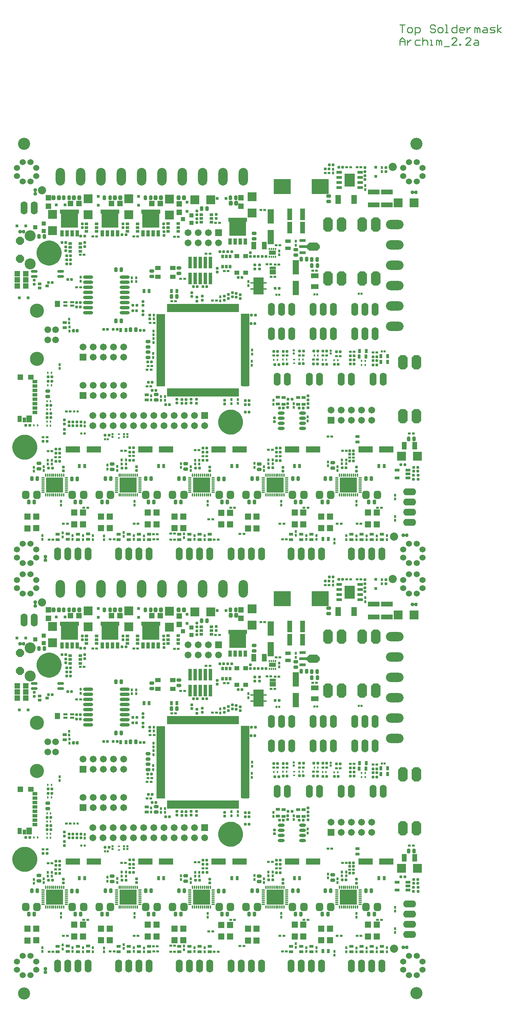
<source format=gts>
G04*
G04 #@! TF.GenerationSoftware,Altium Limited,Altium Designer,18.1.9 (240)*
G04*
G04 Layer_Color=8388736*
%FSLAX25Y25*%
%MOIN*%
G70*
G01*
G75*
%ADD12C,0.01000*%
%ADD34C,0.06000*%
%ADD130C,0.03000*%
%ADD255C,0.12205*%
%ADD256R,0.10400X0.16800*%
G04:AMPARAMS|DCode=257|XSize=118.74mil|YSize=118.74mil|CornerRadius=59.37mil|HoleSize=0mil|Usage=FLASHONLY|Rotation=90.000|XOffset=0mil|YOffset=0mil|HoleType=Round|Shape=RoundedRectangle|*
%AMROUNDEDRECTD257*
21,1,0.11874,0.00000,0,0,90.0*
21,1,0.00000,0.11874,0,0,90.0*
1,1,0.11874,0.00000,0.00000*
1,1,0.11874,0.00000,0.00000*
1,1,0.11874,0.00000,0.00000*
1,1,0.11874,0.00000,0.00000*
%
%ADD257ROUNDEDRECTD257*%
%ADD258R,0.02054X0.02054*%
G04:AMPARAMS|DCode=259|XSize=26mil|YSize=28mil|CornerRadius=6.4mil|HoleSize=0mil|Usage=FLASHONLY|Rotation=180.000|XOffset=0mil|YOffset=0mil|HoleType=Round|Shape=RoundedRectangle|*
%AMROUNDEDRECTD259*
21,1,0.02600,0.01520,0,0,180.0*
21,1,0.01320,0.02800,0,0,180.0*
1,1,0.01280,-0.00660,0.00760*
1,1,0.01280,0.00660,0.00760*
1,1,0.01280,0.00660,-0.00760*
1,1,0.01280,-0.00660,-0.00760*
%
%ADD259ROUNDEDRECTD259*%
%ADD260R,0.02054X0.02054*%
%ADD261R,0.01981X0.02375*%
G04:AMPARAMS|DCode=262|XSize=26mil|YSize=28mil|CornerRadius=6.4mil|HoleSize=0mil|Usage=FLASHONLY|Rotation=90.000|XOffset=0mil|YOffset=0mil|HoleType=Round|Shape=RoundedRectangle|*
%AMROUNDEDRECTD262*
21,1,0.02600,0.01520,0,0,90.0*
21,1,0.01320,0.02800,0,0,90.0*
1,1,0.01280,0.00760,0.00660*
1,1,0.01280,0.00760,-0.00660*
1,1,0.01280,-0.00760,-0.00660*
1,1,0.01280,-0.00760,0.00660*
%
%ADD262ROUNDEDRECTD262*%
%ADD263R,0.03038X0.03865*%
%ADD264R,0.04737X0.02965*%
%ADD265R,0.03600X0.06400*%
G04:AMPARAMS|DCode=266|XSize=30mil|YSize=32mil|CornerRadius=8.4mil|HoleSize=0mil|Usage=FLASHONLY|Rotation=90.000|XOffset=0mil|YOffset=0mil|HoleType=Round|Shape=RoundedRectangle|*
%AMROUNDEDRECTD266*
21,1,0.03000,0.01520,0,0,90.0*
21,1,0.01320,0.03200,0,0,90.0*
1,1,0.01680,0.00760,0.00660*
1,1,0.01680,0.00760,-0.00660*
1,1,0.01680,-0.00760,-0.00660*
1,1,0.01680,-0.00760,0.00660*
%
%ADD266ROUNDEDRECTD266*%
G04:AMPARAMS|DCode=267|XSize=30mil|YSize=32mil|CornerRadius=8.4mil|HoleSize=0mil|Usage=FLASHONLY|Rotation=180.000|XOffset=0mil|YOffset=0mil|HoleType=Round|Shape=RoundedRectangle|*
%AMROUNDEDRECTD267*
21,1,0.03000,0.01520,0,0,180.0*
21,1,0.01320,0.03200,0,0,180.0*
1,1,0.01680,-0.00660,0.00760*
1,1,0.01680,0.00660,0.00760*
1,1,0.01680,0.00660,-0.00760*
1,1,0.01680,-0.00660,-0.00760*
%
%ADD267ROUNDEDRECTD267*%
%ADD268R,0.06312X0.14186*%
%ADD269R,0.04343X0.06312*%
%ADD270R,0.03531X0.04737*%
%ADD271R,0.05524X0.06509*%
%ADD272R,0.05524X0.05328*%
%ADD273R,0.05524X0.04934*%
%ADD274R,0.04737X0.03556*%
%ADD275R,0.08700X0.08700*%
%ADD276O,0.06706X0.03162*%
%ADD277R,0.03753X0.11824*%
%ADD278R,0.06063X0.02451*%
%ADD279R,0.02126X0.02598*%
%ADD280O,0.01781X0.07887*%
%ADD281O,0.07887X0.01781*%
%ADD282R,0.05524X0.04343*%
%ADD283O,0.09855X0.03162*%
G04:AMPARAMS|DCode=284|XSize=37.13mil|YSize=47.37mil|CornerRadius=9.83mil|HoleSize=0mil|Usage=FLASHONLY|Rotation=0.000|XOffset=0mil|YOffset=0mil|HoleType=Round|Shape=RoundedRectangle|*
%AMROUNDEDRECTD284*
21,1,0.03713,0.02772,0,0,0.0*
21,1,0.01748,0.04737,0,0,0.0*
1,1,0.01965,0.00874,-0.01386*
1,1,0.01965,-0.00874,-0.01386*
1,1,0.01965,-0.00874,0.01386*
1,1,0.01965,0.00874,0.01386*
%
%ADD284ROUNDEDRECTD284*%
G04:AMPARAMS|DCode=285|XSize=80mil|YSize=80mil|CornerRadius=40mil|HoleSize=0mil|Usage=FLASHONLY|Rotation=270.000|XOffset=0mil|YOffset=0mil|HoleType=Round|Shape=RoundedRectangle|*
%AMROUNDEDRECTD285*
21,1,0.08000,0.00000,0,0,270.0*
21,1,0.00000,0.08000,0,0,270.0*
1,1,0.08000,0.00000,0.00000*
1,1,0.08000,0.00000,0.00000*
1,1,0.08000,0.00000,0.00000*
1,1,0.08000,0.00000,0.00000*
%
%ADD285ROUNDEDRECTD285*%
%ADD286R,0.05600X0.05600*%
%ADD287R,0.05600X0.05600*%
%ADD288R,0.02565X0.02368*%
%ADD289R,0.05131X0.07493*%
G04:AMPARAMS|DCode=290|XSize=33.13mil|YSize=43.37mil|CornerRadius=7.83mil|HoleSize=0mil|Usage=FLASHONLY|Rotation=90.000|XOffset=0mil|YOffset=0mil|HoleType=Round|Shape=RoundedRectangle|*
%AMROUNDEDRECTD290*
21,1,0.03313,0.02772,0,0,90.0*
21,1,0.01748,0.04337,0,0,90.0*
1,1,0.01565,0.01386,0.00874*
1,1,0.01565,0.01386,-0.00874*
1,1,0.01565,-0.01386,-0.00874*
1,1,0.01565,-0.01386,0.00874*
%
%ADD290ROUNDEDRECTD290*%
%ADD291R,0.02762X0.03747*%
%ADD292R,0.04400X0.04000*%
%ADD293R,0.04737X0.04343*%
%ADD294R,0.03943X0.01975*%
%ADD295R,0.02080X0.01863*%
%ADD296R,0.02800X0.02800*%
%ADD297O,0.01502X0.03550*%
%ADD298O,0.03550X0.01502*%
%ADD299R,0.08400X0.08400*%
G04:AMPARAMS|DCode=300|XSize=33.13mil|YSize=43.37mil|CornerRadius=7.83mil|HoleSize=0mil|Usage=FLASHONLY|Rotation=0.000|XOffset=0mil|YOffset=0mil|HoleType=Round|Shape=RoundedRectangle|*
%AMROUNDEDRECTD300*
21,1,0.03313,0.02772,0,0,0.0*
21,1,0.01748,0.04337,0,0,0.0*
1,1,0.01565,0.00874,-0.01386*
1,1,0.01565,-0.00874,-0.01386*
1,1,0.01565,-0.00874,0.01386*
1,1,0.01565,0.00874,0.01386*
%
%ADD300ROUNDEDRECTD300*%
%ADD301R,0.14186X0.06312*%
%ADD302R,0.03162X0.03950*%
G04:AMPARAMS|DCode=303|XSize=71mil|YSize=79mil|CornerRadius=19.75mil|HoleSize=0mil|Usage=FLASHONLY|Rotation=0.000|XOffset=0mil|YOffset=0mil|HoleType=Round|Shape=RoundedRectangle|*
%AMROUNDEDRECTD303*
21,1,0.07100,0.03950,0,0,0.0*
21,1,0.03150,0.07900,0,0,0.0*
1,1,0.03950,0.01575,-0.01975*
1,1,0.03950,-0.01575,-0.01975*
1,1,0.03950,-0.01575,0.01975*
1,1,0.03950,0.01575,0.01975*
%
%ADD303ROUNDEDRECTD303*%
%ADD304R,0.16542X0.14573*%
%ADD305O,0.03747X0.01384*%
%ADD306O,0.01384X0.03747*%
%ADD307R,0.03550X0.02565*%
%ADD308O,0.06509X0.02965*%
%ADD309R,0.03865X0.03038*%
%ADD310R,0.05918X0.06312*%
%ADD311R,0.11430X0.04540*%
%ADD312R,0.05400X0.08700*%
%ADD313R,0.16942X0.14580*%
%ADD314R,0.10249X0.13005*%
%ADD315R,0.05721X0.02965*%
%ADD316R,0.05321X0.03550*%
%ADD317R,0.06312X0.03162*%
%ADD318R,0.07887X0.03162*%
%ADD319R,0.01384X0.02368*%
%ADD320R,0.06699X0.03943*%
%ADD321R,0.01975X0.01581*%
%ADD322R,0.04540X0.11430*%
%ADD323R,0.03950X0.03162*%
%ADD324R,0.02800X0.02800*%
%ADD325R,0.03747X0.02762*%
G04:AMPARAMS|DCode=326|XSize=80mil|YSize=80mil|CornerRadius=40mil|HoleSize=0mil|Usage=FLASHONLY|Rotation=0.000|XOffset=0mil|YOffset=0mil|HoleType=Round|Shape=RoundedRectangle|*
%AMROUNDEDRECTD326*
21,1,0.08000,0.00000,0,0,0.0*
21,1,0.00000,0.08000,0,0,0.0*
1,1,0.08000,0.00000,0.00000*
1,1,0.08000,0.00000,0.00000*
1,1,0.08000,0.00000,0.00000*
1,1,0.08000,0.00000,0.00000*
%
%ADD326ROUNDEDRECTD326*%
%ADD327R,0.07493X0.05131*%
%ADD328R,0.01581X0.01975*%
%ADD329R,0.08700X0.08700*%
%ADD330R,0.02368X0.02565*%
%ADD331O,0.17300X0.09050*%
G04:AMPARAMS|DCode=332|XSize=141mil|YSize=91mil|CornerRadius=0mil|HoleSize=0mil|Usage=FLASHONLY|Rotation=90.000|XOffset=0mil|YOffset=0mil|HoleType=Round|Shape=Octagon|*
%AMOCTAGOND332*
4,1,8,0.02275,0.07050,-0.02275,0.07050,-0.04550,0.04775,-0.04550,-0.04775,-0.02275,-0.07050,0.02275,-0.07050,0.04550,-0.04775,0.04550,0.04775,0.02275,0.07050,0.0*
%
%ADD332OCTAGOND332*%

%ADD333O,0.09050X0.17300*%
%ADD334P,0.08443X8X292.5*%
%ADD335C,0.10800*%
%ADD336C,0.06600*%
%ADD337C,0.13850*%
%ADD338O,0.06800X0.12800*%
%ADD339C,0.06706*%
%ADD340R,0.06706X0.06706*%
%ADD341O,0.12800X0.06800*%
%ADD342C,0.01000*%
G36*
X49778Y799808D02*
X47809D01*
Y801481D01*
X49778D01*
Y799808D01*
D02*
G37*
G36*
X422539Y799472D02*
X420866D01*
Y801441D01*
X422539D01*
Y799472D01*
D02*
G37*
G36*
X171746Y779179D02*
X170761D01*
Y765793D01*
X154226D01*
Y779179D01*
X153242D01*
Y783214D01*
X171746D01*
Y779179D01*
D02*
G37*
G36*
X131646D02*
X130661D01*
Y765793D01*
X114126D01*
Y779179D01*
X113142D01*
Y783214D01*
X131646D01*
Y779179D01*
D02*
G37*
G36*
X91795D02*
X90811D01*
Y765793D01*
X74276D01*
Y779179D01*
X73291D01*
Y783214D01*
X91795D01*
Y779179D01*
D02*
G37*
G36*
X36445Y760728D02*
X34772D01*
Y762697D01*
X36445D01*
Y760728D01*
D02*
G37*
G36*
X257295Y771179D02*
X256311D01*
Y757793D01*
X239776D01*
Y771179D01*
X238791D01*
Y775214D01*
X257295D01*
Y771179D01*
D02*
G37*
G36*
X326169Y750965D02*
X326207Y750953D01*
X326242Y750935D01*
X326272Y750910D01*
X328831Y748351D01*
X328856Y748320D01*
X328875Y748286D01*
X328886Y748248D01*
X328890Y748209D01*
Y745847D01*
X328886Y745807D01*
X328875Y745770D01*
X328856Y745735D01*
X328831Y745704D01*
X326272Y743145D01*
X326242Y743120D01*
X326207Y743102D01*
X326169Y743090D01*
X326130Y743086D01*
X318650D01*
X318610Y743090D01*
X318573Y743102D01*
X318538Y743120D01*
X318508Y743145D01*
X315929Y745724D01*
X315929Y745724D01*
X315917Y745738D01*
X315904Y745755D01*
X315892Y745777D01*
X315885Y745789D01*
X315874Y745827D01*
X315870Y745866D01*
X315870Y745866D01*
Y748189D01*
X315874Y748228D01*
X315885Y748266D01*
X315904Y748301D01*
X315929Y748331D01*
X318508Y750910D01*
X318508Y750910D01*
X318524Y750924D01*
X318538Y750935D01*
X318573Y750953D01*
X318610Y750965D01*
X318650Y750969D01*
X326130D01*
X326169Y750965D01*
D02*
G37*
G36*
X73027Y687782D02*
X68322D01*
X68323Y687782D01*
X68322D01*
Y693573D01*
X73027D01*
Y687782D01*
D02*
G37*
G36*
X249347Y682677D02*
X178463Y682677D01*
X178463Y690650D01*
X249327D01*
X249347Y682677D01*
D02*
G37*
G36*
X259476Y610276D02*
X257547D01*
X251307Y610261D01*
X251307Y681142D01*
X259476Y681142D01*
Y610276D01*
D02*
G37*
G36*
X176406Y609673D02*
X168236Y609673D01*
Y680537D01*
X176406Y680557D01*
X176406Y609673D01*
D02*
G37*
G36*
X249325Y607677D02*
X249325Y599606D01*
X178460D01*
X178440Y607677D01*
X249325Y607677D01*
D02*
G37*
G36*
X413581Y462210D02*
X411908D01*
Y464178D01*
X413581D01*
Y462210D01*
D02*
G37*
G36*
X59878Y439606D02*
X57910D01*
Y441280D01*
X59878D01*
Y439606D01*
D02*
G37*
G36*
X49778Y394808D02*
X47809D01*
Y396481D01*
X49778D01*
Y394808D01*
D02*
G37*
G36*
X422539Y394472D02*
X420866D01*
Y396441D01*
X422539D01*
Y394472D01*
D02*
G37*
G36*
X171746Y374179D02*
X170761D01*
Y360793D01*
X154226D01*
Y374179D01*
X153242D01*
Y378214D01*
X171746D01*
Y374179D01*
D02*
G37*
G36*
X131646D02*
X130661D01*
Y360793D01*
X114126D01*
Y374179D01*
X113142D01*
Y378214D01*
X131646D01*
Y374179D01*
D02*
G37*
G36*
X91795D02*
X90811D01*
Y360793D01*
X74276D01*
Y374179D01*
X73291D01*
Y378214D01*
X91795D01*
Y374179D01*
D02*
G37*
G36*
X36445Y355728D02*
X34772D01*
Y357697D01*
X36445D01*
Y355728D01*
D02*
G37*
G36*
X257295Y366179D02*
X256311D01*
Y352793D01*
X239776D01*
Y366179D01*
X238791D01*
Y370214D01*
X257295D01*
Y366179D01*
D02*
G37*
G36*
X326169Y345965D02*
X326207Y345953D01*
X326242Y345935D01*
X326272Y345910D01*
X328831Y343351D01*
X328856Y343320D01*
X328875Y343286D01*
X328886Y343248D01*
X328890Y343209D01*
Y340846D01*
X328886Y340807D01*
X328875Y340770D01*
X328856Y340735D01*
X328831Y340704D01*
X326272Y338145D01*
X326242Y338120D01*
X326207Y338102D01*
X326169Y338090D01*
X326130Y338087D01*
X318650D01*
X318610Y338090D01*
X318573Y338102D01*
X318538Y338120D01*
X318508Y338145D01*
X315929Y340724D01*
X315929Y340724D01*
X315917Y340738D01*
X315904Y340755D01*
X315892Y340777D01*
X315885Y340789D01*
X315874Y340827D01*
X315870Y340866D01*
X315870Y340866D01*
Y343189D01*
X315874Y343228D01*
X315885Y343266D01*
X315904Y343301D01*
X315929Y343331D01*
X318508Y345910D01*
X318508Y345910D01*
X318524Y345924D01*
X318538Y345935D01*
X318573Y345953D01*
X318610Y345965D01*
X318650Y345969D01*
X326130D01*
X326169Y345965D01*
D02*
G37*
G36*
X73027Y282782D02*
X68322D01*
X68323Y282782D01*
X68322D01*
Y288573D01*
X73027D01*
Y282782D01*
D02*
G37*
G36*
X249347Y277677D02*
X178463Y277677D01*
X178463Y285650D01*
X249327D01*
X249347Y277677D01*
D02*
G37*
G36*
X259476Y205276D02*
X257547D01*
X251307Y205261D01*
X251307Y276142D01*
X259476Y276142D01*
Y205276D01*
D02*
G37*
G36*
X176406Y204673D02*
X168236Y204673D01*
Y275537D01*
X176406Y275557D01*
X176406Y204673D01*
D02*
G37*
G36*
X249325Y202677D02*
X249325Y194606D01*
X178460D01*
X178440Y202677D01*
X249325Y202677D01*
D02*
G37*
G36*
X413581Y57209D02*
X411908D01*
Y59178D01*
X413581D01*
Y57209D01*
D02*
G37*
G36*
X59878Y34606D02*
X57910D01*
Y36279D01*
X59878D01*
Y34606D01*
D02*
G37*
G54D12*
X407369Y964837D02*
X412368D01*
X409869D01*
Y957340D01*
X416117D02*
X418616D01*
X419865Y958589D01*
Y961089D01*
X418616Y962338D01*
X416117D01*
X414867Y961089D01*
Y958589D01*
X416117Y957340D01*
X422365Y954841D02*
Y962338D01*
X426113D01*
X427363Y961089D01*
Y958589D01*
X426113Y957340D01*
X422365D01*
X442358Y963588D02*
X441109Y964837D01*
X438609D01*
X437360Y963588D01*
Y962338D01*
X438609Y961089D01*
X441109D01*
X442358Y959839D01*
Y958589D01*
X441109Y957340D01*
X438609D01*
X437360Y958589D01*
X446107Y957340D02*
X448606D01*
X449856Y958589D01*
Y961089D01*
X448606Y962338D01*
X446107D01*
X444857Y961089D01*
Y958589D01*
X446107Y957340D01*
X452355D02*
X454854D01*
X453605D01*
Y964837D01*
X452355D01*
X463601D02*
Y957340D01*
X459853D01*
X458603Y958589D01*
Y961089D01*
X459853Y962338D01*
X463601D01*
X469849Y957340D02*
X467350D01*
X466101Y958589D01*
Y961089D01*
X467350Y962338D01*
X469849D01*
X471099Y961089D01*
Y959839D01*
X466101D01*
X473598Y962338D02*
Y957340D01*
Y959839D01*
X474848Y961089D01*
X476097Y962338D01*
X477347D01*
X481096Y957340D02*
Y962338D01*
X482345D01*
X483595Y961089D01*
Y957340D01*
Y961089D01*
X484844Y962338D01*
X486094Y961089D01*
Y957340D01*
X489843Y962338D02*
X492342D01*
X493592Y961089D01*
Y957340D01*
X489843D01*
X488593Y958589D01*
X489843Y959839D01*
X493592D01*
X496091Y957340D02*
X499840D01*
X501089Y958589D01*
X499840Y959839D01*
X497340D01*
X496091Y961089D01*
X497340Y962338D01*
X501089D01*
X503588Y957340D02*
Y964837D01*
Y959839D02*
X507337Y962338D01*
X503588Y959839D02*
X507337Y957340D01*
X407369Y944840D02*
Y949838D01*
X409869Y952337D01*
X412368Y949838D01*
Y944840D01*
Y948589D01*
X407369D01*
X414867Y949838D02*
Y944840D01*
Y947339D01*
X416117Y948589D01*
X417366Y949838D01*
X418616D01*
X427363D02*
X423614D01*
X422365Y948589D01*
Y946089D01*
X423614Y944840D01*
X427363D01*
X429862Y952337D02*
Y944840D01*
Y948589D01*
X431112Y949838D01*
X433611D01*
X434861Y948589D01*
Y944840D01*
X437360D02*
X439859D01*
X438609D01*
Y949838D01*
X437360D01*
X443608Y944840D02*
Y949838D01*
X444857D01*
X446107Y948589D01*
Y944840D01*
Y948589D01*
X447357Y949838D01*
X448606Y948589D01*
Y944840D01*
X451105Y943590D02*
X456104D01*
X463601Y944840D02*
X458603D01*
X463601Y949838D01*
Y951088D01*
X462352Y952337D01*
X459853D01*
X458603Y951088D01*
X466101Y944840D02*
Y946089D01*
X467350D01*
Y944840D01*
X466101D01*
X477347D02*
X472348D01*
X477347Y949838D01*
Y951088D01*
X476097Y952337D01*
X473598D01*
X472348Y951088D01*
X481096Y949838D02*
X483595D01*
X484844Y948589D01*
Y944840D01*
X481096D01*
X479846Y946089D01*
X481096Y947339D01*
X484844D01*
G54D34*
X424331Y30945D02*
D03*
X416457D02*
D03*
X410945Y36457D02*
D03*
Y44331D02*
D03*
X416457Y49843D02*
D03*
X424331D02*
D03*
X429843Y44331D02*
D03*
Y36457D02*
D03*
X49843D02*
D03*
Y44331D02*
D03*
X44331Y49843D02*
D03*
X36457D02*
D03*
X30945Y44331D02*
D03*
Y36457D02*
D03*
X36457Y30945D02*
D03*
X44331D02*
D03*
X49843Y411457D02*
D03*
Y419331D02*
D03*
X44331Y424843D02*
D03*
X36457D02*
D03*
X30945Y419331D02*
D03*
Y411457D02*
D03*
X36457Y405945D02*
D03*
X44331D02*
D03*
X429843Y411457D02*
D03*
Y419331D02*
D03*
X424331Y424843D02*
D03*
X416457D02*
D03*
X410945Y419331D02*
D03*
Y411457D02*
D03*
X416457Y405945D02*
D03*
X424331D02*
D03*
Y435945D02*
D03*
X416457D02*
D03*
X410945Y441457D02*
D03*
Y449331D02*
D03*
X416457Y454843D02*
D03*
X424331D02*
D03*
X429843Y449331D02*
D03*
Y441457D02*
D03*
X49843D02*
D03*
Y449331D02*
D03*
X44331Y454843D02*
D03*
X36457D02*
D03*
X30945Y449331D02*
D03*
Y441457D02*
D03*
X36457Y435945D02*
D03*
X44331D02*
D03*
X49843Y816457D02*
D03*
Y824331D02*
D03*
X44331Y829842D02*
D03*
X36457D02*
D03*
X30945Y824331D02*
D03*
Y816457D02*
D03*
X36457Y810945D02*
D03*
X44331D02*
D03*
X429843Y816457D02*
D03*
Y824331D02*
D03*
X424331Y829842D02*
D03*
X416457D02*
D03*
X410945Y824331D02*
D03*
Y816457D02*
D03*
X416457Y810945D02*
D03*
X424331D02*
D03*
G54D130*
X162494Y371594D02*
D03*
Y375594D02*
D03*
Y367594D02*
D03*
Y363594D02*
D03*
X158494D02*
D03*
Y367594D02*
D03*
Y371594D02*
D03*
Y375594D02*
D03*
X166494D02*
D03*
Y371594D02*
D03*
Y367594D02*
D03*
Y363594D02*
D03*
X122394Y371594D02*
D03*
Y375594D02*
D03*
Y367594D02*
D03*
Y363594D02*
D03*
X118394D02*
D03*
Y367594D02*
D03*
Y371594D02*
D03*
Y375594D02*
D03*
X126394D02*
D03*
Y371594D02*
D03*
Y367594D02*
D03*
Y363594D02*
D03*
X248043D02*
D03*
Y367594D02*
D03*
Y359594D02*
D03*
Y355594D02*
D03*
X244043D02*
D03*
Y359594D02*
D03*
Y363594D02*
D03*
Y367594D02*
D03*
X252043D02*
D03*
Y363594D02*
D03*
Y359594D02*
D03*
Y355594D02*
D03*
X82543Y371594D02*
D03*
Y375594D02*
D03*
Y367594D02*
D03*
Y363594D02*
D03*
X78543D02*
D03*
Y367594D02*
D03*
Y371594D02*
D03*
Y375594D02*
D03*
X86543D02*
D03*
Y371594D02*
D03*
Y367594D02*
D03*
Y363594D02*
D03*
X162494Y776594D02*
D03*
Y780594D02*
D03*
Y772594D02*
D03*
Y768594D02*
D03*
X158494D02*
D03*
Y772594D02*
D03*
Y776594D02*
D03*
Y780594D02*
D03*
X166494D02*
D03*
Y776594D02*
D03*
Y772594D02*
D03*
Y768594D02*
D03*
X122394Y776594D02*
D03*
Y780594D02*
D03*
Y772594D02*
D03*
Y768594D02*
D03*
X118394D02*
D03*
Y772594D02*
D03*
Y776594D02*
D03*
Y780594D02*
D03*
X126394D02*
D03*
Y776594D02*
D03*
Y772594D02*
D03*
Y768594D02*
D03*
X248043D02*
D03*
Y772594D02*
D03*
Y764594D02*
D03*
Y760594D02*
D03*
X244043D02*
D03*
Y764594D02*
D03*
Y768594D02*
D03*
Y772594D02*
D03*
X252043D02*
D03*
Y768594D02*
D03*
Y764594D02*
D03*
Y760594D02*
D03*
X82543Y776594D02*
D03*
Y780594D02*
D03*
Y772594D02*
D03*
Y768594D02*
D03*
X78543D02*
D03*
Y772594D02*
D03*
Y776594D02*
D03*
Y780594D02*
D03*
X86543D02*
D03*
Y776594D02*
D03*
Y772594D02*
D03*
Y768594D02*
D03*
G54D255*
X44540Y144959D02*
X44457Y145964D01*
X44209Y146941D01*
X43804Y147864D01*
X43253Y148707D01*
X42570Y149449D01*
X41775Y150068D01*
X40889Y150548D01*
X39935Y150875D01*
X38941Y151041D01*
X37934D01*
X36939Y150875D01*
X35986Y150548D01*
X35100Y150068D01*
X34304Y149449D01*
X33622Y148707D01*
X33071Y147864D01*
X32666Y146941D01*
X32418Y145964D01*
X32335Y144959D01*
X32418Y143955D01*
X32666Y142978D01*
X33071Y142055D01*
X33622Y141211D01*
X34304Y140470D01*
X35100Y139851D01*
X35986Y139371D01*
X36939Y139044D01*
X37934Y138878D01*
X38941D01*
X39935Y139044D01*
X40889Y139371D01*
X41775Y139851D01*
X42570Y140470D01*
X43253Y141211D01*
X43804Y142055D01*
X44209Y142978D01*
X44457Y143955D01*
X44540Y144959D01*
X246996Y169694D02*
X246913Y170698D01*
X246665Y171675D01*
X246261Y172598D01*
X245709Y173442D01*
X245027Y174183D01*
X244231Y174802D01*
X243345Y175282D01*
X242392Y175609D01*
X241398Y175775D01*
X240390D01*
X239396Y175609D01*
X238442Y175282D01*
X237556Y174802D01*
X236761Y174183D01*
X236078Y173442D01*
X235527Y172598D01*
X235122Y171675D01*
X234875Y170698D01*
X234791Y169694D01*
X234875Y168689D01*
X235122Y167712D01*
X235527Y166789D01*
X236078Y165946D01*
X236761Y165204D01*
X237556Y164585D01*
X238442Y164105D01*
X239396Y163778D01*
X240390Y163612D01*
X241398D01*
X242392Y163778D01*
X243345Y164105D01*
X244231Y164585D01*
X245027Y165204D01*
X245709Y165946D01*
X246261Y166789D01*
X246665Y167712D01*
X246913Y168689D01*
X246996Y169694D01*
X68396Y335894D02*
X68313Y336898D01*
X68065Y337875D01*
X67661Y338798D01*
X67109Y339642D01*
X66427Y340383D01*
X65631Y341002D01*
X64745Y341482D01*
X63792Y341809D01*
X62798Y341975D01*
X61790D01*
X60796Y341809D01*
X59842Y341482D01*
X58956Y341002D01*
X58161Y340383D01*
X57478Y339642D01*
X56927Y338798D01*
X56522Y337875D01*
X56275Y336898D01*
X56191Y335894D01*
X56275Y334889D01*
X56522Y333912D01*
X56927Y332989D01*
X57478Y332146D01*
X58161Y331404D01*
X58956Y330785D01*
X59842Y330305D01*
X60796Y329978D01*
X61790Y329812D01*
X62798D01*
X63792Y329978D01*
X64745Y330305D01*
X65631Y330785D01*
X66427Y331404D01*
X67109Y332146D01*
X67661Y332989D01*
X68065Y333912D01*
X68313Y334889D01*
X68396Y335894D01*
X44540Y549959D02*
X44457Y550964D01*
X44209Y551941D01*
X43804Y552864D01*
X43253Y553707D01*
X42570Y554449D01*
X41775Y555068D01*
X40889Y555548D01*
X39935Y555875D01*
X38941Y556041D01*
X37934D01*
X36939Y555875D01*
X35986Y555548D01*
X35100Y555068D01*
X34304Y554449D01*
X33622Y553707D01*
X33071Y552864D01*
X32666Y551941D01*
X32418Y550964D01*
X32335Y549959D01*
X32418Y548955D01*
X32666Y547978D01*
X33071Y547055D01*
X33622Y546211D01*
X34304Y545470D01*
X35100Y544851D01*
X35986Y544371D01*
X36939Y544044D01*
X37934Y543878D01*
X38941D01*
X39935Y544044D01*
X40889Y544371D01*
X41775Y544851D01*
X42570Y545470D01*
X43253Y546211D01*
X43804Y547055D01*
X44209Y547978D01*
X44457Y548955D01*
X44540Y549959D01*
X246996Y574694D02*
X246913Y575698D01*
X246665Y576675D01*
X246261Y577598D01*
X245709Y578442D01*
X245027Y579183D01*
X244231Y579802D01*
X243345Y580282D01*
X242392Y580609D01*
X241398Y580775D01*
X240390D01*
X239396Y580609D01*
X238442Y580282D01*
X237556Y579802D01*
X236761Y579183D01*
X236078Y578442D01*
X235527Y577598D01*
X235122Y576675D01*
X234875Y575698D01*
X234791Y574694D01*
X234875Y573689D01*
X235122Y572712D01*
X235527Y571789D01*
X236078Y570946D01*
X236761Y570204D01*
X237556Y569585D01*
X238442Y569105D01*
X239396Y568778D01*
X240390Y568612D01*
X241398D01*
X242392Y568778D01*
X243345Y569105D01*
X244231Y569585D01*
X245027Y570204D01*
X245709Y570946D01*
X246261Y571789D01*
X246665Y572712D01*
X246913Y573689D01*
X246996Y574694D01*
X68396Y740894D02*
X68313Y741898D01*
X68065Y742875D01*
X67661Y743798D01*
X67109Y744642D01*
X66427Y745383D01*
X65631Y746002D01*
X64745Y746482D01*
X63792Y746809D01*
X62798Y746975D01*
X61790D01*
X60796Y746809D01*
X59842Y746482D01*
X58956Y746002D01*
X58161Y745383D01*
X57478Y744642D01*
X56927Y743798D01*
X56522Y742875D01*
X56275Y741898D01*
X56191Y740894D01*
X56275Y739889D01*
X56522Y738912D01*
X56927Y737989D01*
X57478Y737146D01*
X58161Y736404D01*
X58956Y735785D01*
X59842Y735305D01*
X60796Y734978D01*
X61790Y734812D01*
X62798D01*
X63792Y734978D01*
X64745Y735305D01*
X65631Y735785D01*
X66427Y736404D01*
X67109Y737146D01*
X67661Y737989D01*
X68065Y738912D01*
X68313Y739889D01*
X68396Y740894D01*
G54D256*
X268502Y303445D02*
D03*
Y708445D02*
D03*
G54D257*
X37894Y12894D02*
D03*
X423780Y13189D02*
D03*
Y847974D02*
D03*
X37894D02*
D03*
G54D258*
X139555Y154862D02*
D03*
Y157618D02*
D03*
X136307Y154862D02*
D03*
Y157618D02*
D03*
X124890Y154961D02*
D03*
Y157717D02*
D03*
X339398Y239685D02*
D03*
Y236929D02*
D03*
X303177Y239882D02*
D03*
Y237126D02*
D03*
X139555Y559862D02*
D03*
Y562618D02*
D03*
X136307Y559862D02*
D03*
Y562618D02*
D03*
X124890Y559961D02*
D03*
Y562717D02*
D03*
X339398Y644685D02*
D03*
Y641929D02*
D03*
X303177Y644882D02*
D03*
Y642126D02*
D03*
G54D259*
X121366Y156535D02*
D03*
X117576D02*
D03*
X177232Y186654D02*
D03*
X181022D02*
D03*
X412394Y127742D02*
D03*
X408604D02*
D03*
X56575Y150689D02*
D03*
X60365D02*
D03*
X351248Y420079D02*
D03*
X347458D02*
D03*
X272104Y332242D02*
D03*
X275894D02*
D03*
X163885Y208592D02*
D03*
X160095D02*
D03*
X361841Y131398D02*
D03*
X358051D02*
D03*
X265394Y274794D02*
D03*
X261604D02*
D03*
X163194Y228642D02*
D03*
X159404D02*
D03*
X116194Y260794D02*
D03*
X119983D02*
D03*
X129394D02*
D03*
X125604D02*
D03*
X261218Y266260D02*
D03*
X265008D02*
D03*
X361841Y138091D02*
D03*
X358051D02*
D03*
X255409Y186819D02*
D03*
X259198D02*
D03*
X259207Y190793D02*
D03*
X255418D02*
D03*
X255389Y179340D02*
D03*
X259178D02*
D03*
X312700Y239282D02*
D03*
X308910D02*
D03*
X301446Y191916D02*
D03*
X297656D02*
D03*
X248494Y311794D02*
D03*
X252284D02*
D03*
X163698Y200807D02*
D03*
X167488D02*
D03*
X61394Y213842D02*
D03*
X65184D02*
D03*
X61394Y209742D02*
D03*
X65184D02*
D03*
X60495Y186142D02*
D03*
X64284D02*
D03*
X64294Y173942D02*
D03*
X60504D02*
D03*
X64294Y177942D02*
D03*
X60504D02*
D03*
X322989Y239253D02*
D03*
X326779D02*
D03*
X79708Y324988D02*
D03*
X83498D02*
D03*
X79709Y329094D02*
D03*
X83499D02*
D03*
X134250Y353760D02*
D03*
X138039D02*
D03*
X93597Y352486D02*
D03*
X97387D02*
D03*
X83526Y333084D02*
D03*
X79737D02*
D03*
X89494Y282694D02*
D03*
X93283D02*
D03*
X89494Y287094D02*
D03*
X93283D02*
D03*
X144994Y284394D02*
D03*
X148784D02*
D03*
X144894Y278894D02*
D03*
X148684D02*
D03*
X155994Y259694D02*
D03*
X152204D02*
D03*
X234294Y337042D02*
D03*
X230504D02*
D03*
X284994Y300942D02*
D03*
X288784D02*
D03*
X296620Y226575D02*
D03*
X292830D02*
D03*
X296641Y239153D02*
D03*
X292851D02*
D03*
X288469Y225996D02*
D03*
X284679D02*
D03*
X75094Y345994D02*
D03*
X78883D02*
D03*
X335530Y226439D02*
D03*
X331740D02*
D03*
X322635Y226791D02*
D03*
X326425D02*
D03*
X312687Y226908D02*
D03*
X308898D02*
D03*
X61994Y124342D02*
D03*
X65784D02*
D03*
X72894Y139042D02*
D03*
X69104D02*
D03*
X213894Y144142D02*
D03*
X217684D02*
D03*
X141694Y144242D02*
D03*
X145484D02*
D03*
X39663Y166260D02*
D03*
X43453D02*
D03*
X69094Y143142D02*
D03*
X72883D02*
D03*
X287267Y238948D02*
D03*
X283477D02*
D03*
X238294Y336842D02*
D03*
X242084D02*
D03*
X213694Y302694D02*
D03*
X217483D02*
D03*
X208294Y302594D02*
D03*
X204504D02*
D03*
X292846Y183264D02*
D03*
X289056D02*
D03*
X286094Y144142D02*
D03*
X289883D02*
D03*
X289894Y139942D02*
D03*
X286104D02*
D03*
X289894Y131742D02*
D03*
X286104D02*
D03*
X278594Y124542D02*
D03*
X282383D02*
D03*
X348945Y238610D02*
D03*
X345156D02*
D03*
X346836Y226442D02*
D03*
X343046D02*
D03*
X312361Y183288D02*
D03*
X308571D02*
D03*
X358041Y141437D02*
D03*
X361831D02*
D03*
X358836Y230728D02*
D03*
X362626D02*
D03*
X362656Y234567D02*
D03*
X358866D02*
D03*
X358856Y226791D02*
D03*
X362646D02*
D03*
X381100Y229843D02*
D03*
X384890D02*
D03*
X384900Y233780D02*
D03*
X381110D02*
D03*
X381100Y225807D02*
D03*
X384890D02*
D03*
X350794Y124542D02*
D03*
X354584D02*
D03*
X72894Y131142D02*
D03*
X69104D02*
D03*
X145494Y140142D02*
D03*
X141704D02*
D03*
X145594Y132042D02*
D03*
X141804D02*
D03*
X134294Y124442D02*
D03*
X138084D02*
D03*
X217694Y140042D02*
D03*
X213904D02*
D03*
X217794Y131942D02*
D03*
X214004D02*
D03*
X206594Y124442D02*
D03*
X210384D02*
D03*
X65550Y306808D02*
D03*
X61760D02*
D03*
X80707Y309658D02*
D03*
X84497D02*
D03*
X335568Y239216D02*
D03*
X331778D02*
D03*
X341908Y422244D02*
D03*
X338118D02*
D03*
X337828Y418212D02*
D03*
X334038D02*
D03*
X264394Y332342D02*
D03*
X268183D02*
D03*
X121366Y561536D02*
D03*
X117576D02*
D03*
X177232Y591654D02*
D03*
X181022D02*
D03*
X412394Y532742D02*
D03*
X408604D02*
D03*
X56575Y555689D02*
D03*
X60365D02*
D03*
X351248Y825079D02*
D03*
X347458D02*
D03*
X272104Y737242D02*
D03*
X275894D02*
D03*
X163885Y613592D02*
D03*
X160095D02*
D03*
X361841Y536398D02*
D03*
X358051D02*
D03*
X265394Y679794D02*
D03*
X261604D02*
D03*
X163194Y633642D02*
D03*
X159404D02*
D03*
X116194Y665794D02*
D03*
X119983D02*
D03*
X129394D02*
D03*
X125604D02*
D03*
X261218Y671260D02*
D03*
X265008D02*
D03*
X361841Y543090D02*
D03*
X358051D02*
D03*
X255409Y591819D02*
D03*
X259198D02*
D03*
X259207Y595793D02*
D03*
X255418D02*
D03*
X255389Y584340D02*
D03*
X259178D02*
D03*
X312700Y644281D02*
D03*
X308910D02*
D03*
X301446Y596916D02*
D03*
X297656D02*
D03*
X248494Y716794D02*
D03*
X252284D02*
D03*
X163698Y605807D02*
D03*
X167488D02*
D03*
X61394Y618842D02*
D03*
X65184D02*
D03*
X61394Y614742D02*
D03*
X65184D02*
D03*
X60495Y591142D02*
D03*
X64284D02*
D03*
X64294Y578942D02*
D03*
X60504D02*
D03*
X64294Y582942D02*
D03*
X60504D02*
D03*
X322989Y644253D02*
D03*
X326779D02*
D03*
X79708Y729988D02*
D03*
X83498D02*
D03*
X79709Y734094D02*
D03*
X83499D02*
D03*
X134250Y758760D02*
D03*
X138039D02*
D03*
X93597Y757486D02*
D03*
X97387D02*
D03*
X83526Y738084D02*
D03*
X79737D02*
D03*
X89494Y687694D02*
D03*
X93283D02*
D03*
X89494Y692094D02*
D03*
X93283D02*
D03*
X144994Y689394D02*
D03*
X148784D02*
D03*
X144894Y683894D02*
D03*
X148684D02*
D03*
X155994Y664694D02*
D03*
X152204D02*
D03*
X234294Y742042D02*
D03*
X230504D02*
D03*
X284994Y705942D02*
D03*
X288784D02*
D03*
X296620Y631575D02*
D03*
X292830D02*
D03*
X296641Y644153D02*
D03*
X292851D02*
D03*
X288469Y630996D02*
D03*
X284679D02*
D03*
X75094Y750994D02*
D03*
X78883D02*
D03*
X335530Y631439D02*
D03*
X331740D02*
D03*
X322635Y631791D02*
D03*
X326425D02*
D03*
X312687Y631908D02*
D03*
X308898D02*
D03*
X61994Y529342D02*
D03*
X65784D02*
D03*
X72894Y544042D02*
D03*
X69104D02*
D03*
X213894Y549142D02*
D03*
X217684D02*
D03*
X141694Y549242D02*
D03*
X145484D02*
D03*
X39663Y571260D02*
D03*
X43453D02*
D03*
X69094Y548142D02*
D03*
X72883D02*
D03*
X287267Y643948D02*
D03*
X283477D02*
D03*
X238294Y741842D02*
D03*
X242084D02*
D03*
X213694Y707694D02*
D03*
X217483D02*
D03*
X208294Y707594D02*
D03*
X204504D02*
D03*
X292846Y588264D02*
D03*
X289056D02*
D03*
X286094Y549142D02*
D03*
X289883D02*
D03*
X289894Y544942D02*
D03*
X286104D02*
D03*
X289894Y536742D02*
D03*
X286104D02*
D03*
X278594Y529542D02*
D03*
X282383D02*
D03*
X348945Y643610D02*
D03*
X345156D02*
D03*
X346836Y631442D02*
D03*
X343046D02*
D03*
X312361Y588287D02*
D03*
X308571D02*
D03*
X358041Y546437D02*
D03*
X361831D02*
D03*
X358836Y635728D02*
D03*
X362626D02*
D03*
X362656Y639567D02*
D03*
X358866D02*
D03*
X358856Y631791D02*
D03*
X362646D02*
D03*
X381100Y634843D02*
D03*
X384890D02*
D03*
X384900Y638780D02*
D03*
X381110D02*
D03*
X381100Y630807D02*
D03*
X384890D02*
D03*
X350794Y529542D02*
D03*
X354584D02*
D03*
X72894Y536142D02*
D03*
X69104D02*
D03*
X145494Y545142D02*
D03*
X141704D02*
D03*
X145594Y537042D02*
D03*
X141804D02*
D03*
X134294Y529442D02*
D03*
X138084D02*
D03*
X217694Y545042D02*
D03*
X213904D02*
D03*
X217794Y536942D02*
D03*
X214004D02*
D03*
X206594Y529442D02*
D03*
X210384D02*
D03*
X65550Y711808D02*
D03*
X61760D02*
D03*
X80707Y714657D02*
D03*
X84497D02*
D03*
X335568Y644216D02*
D03*
X331778D02*
D03*
X341908Y827244D02*
D03*
X338118D02*
D03*
X337828Y823212D02*
D03*
X334038D02*
D03*
X264394Y737342D02*
D03*
X268183D02*
D03*
G54D260*
X120264Y152500D02*
D03*
X117508D02*
D03*
X288779Y294508D02*
D03*
X286024D02*
D03*
X323524Y295000D02*
D03*
X326279D02*
D03*
X369882Y295591D02*
D03*
X367126D02*
D03*
X392547Y239095D02*
D03*
X389791D02*
D03*
X120264Y557500D02*
D03*
X117508D02*
D03*
X288779Y699508D02*
D03*
X286024D02*
D03*
X323524Y700000D02*
D03*
X326279D02*
D03*
X369882Y700591D02*
D03*
X367126D02*
D03*
X392547Y644095D02*
D03*
X389791D02*
D03*
G54D261*
X87094Y179961D02*
D03*
X90638D02*
D03*
X97626Y158406D02*
D03*
X94083D02*
D03*
X87094Y584961D02*
D03*
X90638D02*
D03*
X97626Y563406D02*
D03*
X94083D02*
D03*
G54D262*
X207370Y188110D02*
D03*
Y191900D02*
D03*
X188177Y191988D02*
D03*
Y188198D02*
D03*
X421094Y125042D02*
D03*
Y121252D02*
D03*
X420994Y113442D02*
D03*
Y117232D02*
D03*
X425394Y113452D02*
D03*
Y117242D02*
D03*
X425294Y121242D02*
D03*
Y125032D02*
D03*
X250494Y294732D02*
D03*
Y290942D02*
D03*
X284254Y170036D02*
D03*
Y173826D02*
D03*
X77409Y167785D02*
D03*
Y171575D02*
D03*
X85960Y165894D02*
D03*
Y169684D02*
D03*
X202173Y188317D02*
D03*
Y192106D02*
D03*
X89827Y165894D02*
D03*
Y169684D02*
D03*
X93694Y165894D02*
D03*
Y169684D02*
D03*
X82094Y169694D02*
D03*
Y165904D02*
D03*
X193197Y191802D02*
D03*
Y188012D02*
D03*
X238794Y294842D02*
D03*
Y291052D02*
D03*
X246394Y292242D02*
D03*
Y296032D02*
D03*
X242694Y296542D02*
D03*
Y292752D02*
D03*
X235087Y191073D02*
D03*
Y187284D02*
D03*
X207823Y292254D02*
D03*
Y288465D02*
D03*
X213269Y293281D02*
D03*
Y289491D02*
D03*
X197287Y191703D02*
D03*
Y187913D02*
D03*
X317076Y187564D02*
D03*
Y183774D02*
D03*
X393807Y419589D02*
D03*
Y415799D02*
D03*
X234794Y289442D02*
D03*
Y293232D02*
D03*
X95194Y360507D02*
D03*
Y364297D02*
D03*
X161394Y270994D02*
D03*
Y274783D02*
D03*
X154894Y284294D02*
D03*
Y288084D02*
D03*
Y278794D02*
D03*
Y275004D02*
D03*
X97494Y342094D02*
D03*
Y345883D02*
D03*
X78994Y341794D02*
D03*
Y338004D02*
D03*
X264713Y320049D02*
D03*
Y323839D02*
D03*
X175394Y356794D02*
D03*
Y353004D02*
D03*
X207794Y373294D02*
D03*
Y377083D02*
D03*
X207894Y369294D02*
D03*
Y365504D02*
D03*
X226794Y369794D02*
D03*
Y373584D02*
D03*
X135295Y360600D02*
D03*
Y364390D02*
D03*
X175294Y360594D02*
D03*
Y364384D02*
D03*
X269437Y320049D02*
D03*
Y323839D02*
D03*
X227846Y320748D02*
D03*
Y316958D02*
D03*
X202803Y296684D02*
D03*
Y292894D02*
D03*
X297046Y187805D02*
D03*
Y184016D02*
D03*
X292520Y125128D02*
D03*
Y121339D02*
D03*
X317055Y195227D02*
D03*
Y191437D02*
D03*
X364961Y125227D02*
D03*
Y121437D02*
D03*
X76378Y125424D02*
D03*
Y121634D02*
D03*
X148425Y125620D02*
D03*
Y121831D02*
D03*
X220472Y125345D02*
D03*
Y121555D02*
D03*
X77409Y158435D02*
D03*
Y162224D02*
D03*
X47961Y305072D02*
D03*
Y308862D02*
D03*
X373228Y407912D02*
D03*
Y411702D02*
D03*
Y415712D02*
D03*
Y419502D02*
D03*
X260394Y332242D02*
D03*
Y336032D02*
D03*
X207370Y593110D02*
D03*
Y596900D02*
D03*
X188177Y596988D02*
D03*
Y593198D02*
D03*
X421094Y530042D02*
D03*
Y526252D02*
D03*
X420994Y518442D02*
D03*
Y522232D02*
D03*
X425394Y518452D02*
D03*
Y522242D02*
D03*
X425294Y526242D02*
D03*
Y530032D02*
D03*
X250494Y699732D02*
D03*
Y695942D02*
D03*
X284254Y575036D02*
D03*
Y578826D02*
D03*
X77409Y572785D02*
D03*
Y576575D02*
D03*
X85960Y570894D02*
D03*
Y574684D02*
D03*
X202173Y593317D02*
D03*
Y597106D02*
D03*
X89827Y570894D02*
D03*
Y574684D02*
D03*
X93694Y570894D02*
D03*
Y574684D02*
D03*
X82094Y574694D02*
D03*
Y570904D02*
D03*
X193197Y596802D02*
D03*
Y593012D02*
D03*
X238794Y699842D02*
D03*
Y696052D02*
D03*
X246394Y697242D02*
D03*
Y701032D02*
D03*
X242694Y701542D02*
D03*
Y697752D02*
D03*
X235087Y596073D02*
D03*
Y592283D02*
D03*
X207823Y697254D02*
D03*
Y693465D02*
D03*
X213269Y698281D02*
D03*
Y694491D02*
D03*
X197287Y596703D02*
D03*
Y592913D02*
D03*
X317076Y592564D02*
D03*
Y588774D02*
D03*
X393807Y824589D02*
D03*
Y820799D02*
D03*
X234794Y694442D02*
D03*
Y698232D02*
D03*
X95194Y765507D02*
D03*
Y769297D02*
D03*
X161394Y675994D02*
D03*
Y679783D02*
D03*
X154894Y689294D02*
D03*
Y693083D02*
D03*
Y683794D02*
D03*
Y680004D02*
D03*
X97494Y747094D02*
D03*
Y750883D02*
D03*
X78994Y746794D02*
D03*
Y743004D02*
D03*
X264713Y725049D02*
D03*
Y728839D02*
D03*
X175394Y761794D02*
D03*
Y758004D02*
D03*
X207794Y778294D02*
D03*
Y782084D02*
D03*
X207894Y774294D02*
D03*
Y770504D02*
D03*
X226794Y774794D02*
D03*
Y778583D02*
D03*
X135295Y765600D02*
D03*
Y769390D02*
D03*
X175294Y765594D02*
D03*
Y769383D02*
D03*
X269437Y725049D02*
D03*
Y728839D02*
D03*
X227846Y725748D02*
D03*
Y721958D02*
D03*
X202803Y701684D02*
D03*
Y697894D02*
D03*
X297046Y592805D02*
D03*
Y589016D02*
D03*
X292520Y530128D02*
D03*
Y526339D02*
D03*
X317055Y600227D02*
D03*
Y596437D02*
D03*
X364961Y530227D02*
D03*
Y526437D02*
D03*
X76378Y530424D02*
D03*
Y526634D02*
D03*
X148425Y530620D02*
D03*
Y526831D02*
D03*
X220472Y530345D02*
D03*
Y526555D02*
D03*
X77409Y563435D02*
D03*
Y567225D02*
D03*
X47961Y710072D02*
D03*
Y713862D02*
D03*
X373228Y812912D02*
D03*
Y816702D02*
D03*
Y820712D02*
D03*
Y824502D02*
D03*
X260394Y737242D02*
D03*
Y741032D02*
D03*
G54D263*
X392185Y126279D02*
D03*
X386949D02*
D03*
X309016Y126279D02*
D03*
X303780D02*
D03*
X170118Y126181D02*
D03*
X175354D02*
D03*
X92264Y126279D02*
D03*
X97500D02*
D03*
X188212Y298494D02*
D03*
X182976D02*
D03*
X331929Y54724D02*
D03*
X337165D02*
D03*
X160999Y298487D02*
D03*
X155762D02*
D03*
X242264Y126181D02*
D03*
X247500D02*
D03*
X138236Y260000D02*
D03*
X132999D02*
D03*
X392185Y531280D02*
D03*
X386949D02*
D03*
X309016Y531280D02*
D03*
X303780D02*
D03*
X170118Y531181D02*
D03*
X175354D02*
D03*
X92264Y531280D02*
D03*
X97500D02*
D03*
X188212Y703494D02*
D03*
X182976D02*
D03*
X331929Y459724D02*
D03*
X337165D02*
D03*
X160999Y703487D02*
D03*
X155762D02*
D03*
X242264Y531181D02*
D03*
X247500D02*
D03*
X138236Y665000D02*
D03*
X132999D02*
D03*
G54D264*
X415509Y114802D02*
D03*
Y118542D02*
D03*
Y122282D02*
D03*
X404879D02*
D03*
Y114802D02*
D03*
X415509Y519802D02*
D03*
Y523542D02*
D03*
Y527282D02*
D03*
X404879D02*
D03*
Y519802D02*
D03*
G54D265*
X169994Y355055D02*
D03*
X164994D02*
D03*
X159994D02*
D03*
X154994D02*
D03*
X129894D02*
D03*
X124894D02*
D03*
X119894D02*
D03*
X114894D02*
D03*
X255543Y347055D02*
D03*
X250543D02*
D03*
X245543D02*
D03*
X240543D02*
D03*
X90043Y355055D02*
D03*
X85043D02*
D03*
X80043D02*
D03*
X75043D02*
D03*
X169994Y760055D02*
D03*
X164994D02*
D03*
X159994D02*
D03*
X154994D02*
D03*
X129894D02*
D03*
X124894D02*
D03*
X119894D02*
D03*
X114894D02*
D03*
X255543Y752055D02*
D03*
X250543D02*
D03*
X245543D02*
D03*
X240543D02*
D03*
X90043Y760055D02*
D03*
X85043D02*
D03*
X80043D02*
D03*
X75043D02*
D03*
G54D266*
X58894Y33504D02*
D03*
Y37294D02*
D03*
X48794Y397584D02*
D03*
Y393794D02*
D03*
X58894Y438504D02*
D03*
Y442294D02*
D03*
X48794Y802584D02*
D03*
Y798794D02*
D03*
G54D267*
X414683Y58194D02*
D03*
X410894D02*
D03*
X37547Y356713D02*
D03*
X33757D02*
D03*
X423642Y395457D02*
D03*
X419852D02*
D03*
X86421Y259169D02*
D03*
X90211D02*
D03*
X414683Y463194D02*
D03*
X410894D02*
D03*
X37547Y761713D02*
D03*
X33757D02*
D03*
X423642Y800457D02*
D03*
X419852D02*
D03*
X86421Y664169D02*
D03*
X90211D02*
D03*
G54D268*
X280494Y351206D02*
D03*
Y371678D02*
D03*
X305094Y301257D02*
D03*
Y321730D02*
D03*
X280494Y756206D02*
D03*
Y776678D02*
D03*
X305094Y706257D02*
D03*
Y726730D02*
D03*
G54D269*
X33662Y172540D02*
D03*
Y577540D02*
D03*
G54D270*
X38190Y171753D02*
D03*
Y576753D02*
D03*
G54D271*
X42717Y172639D02*
D03*
Y577639D02*
D03*
G54D272*
X34253Y213583D02*
D03*
Y618583D02*
D03*
G54D273*
X44450Y213780D02*
D03*
Y618780D02*
D03*
G54D274*
X48583Y179036D02*
D03*
Y183367D02*
D03*
Y187698D02*
D03*
Y192028D02*
D03*
Y196359D02*
D03*
Y200690D02*
D03*
Y205020D02*
D03*
Y209351D02*
D03*
Y584036D02*
D03*
Y588367D02*
D03*
Y592698D02*
D03*
Y597028D02*
D03*
Y601359D02*
D03*
Y605690D02*
D03*
Y610020D02*
D03*
Y614351D02*
D03*
G54D275*
X405756Y384941D02*
D03*
X421530D02*
D03*
X221668Y387842D02*
D03*
X205894D02*
D03*
X424994Y136042D02*
D03*
X409220D02*
D03*
X405756Y789941D02*
D03*
X421530D02*
D03*
X221668Y792842D02*
D03*
X205894D02*
D03*
X424994Y541042D02*
D03*
X409220D02*
D03*
G54D276*
X290748Y178169D02*
D03*
Y173169D02*
D03*
Y168169D02*
D03*
Y163169D02*
D03*
X312008Y178169D02*
D03*
Y173169D02*
D03*
Y168169D02*
D03*
Y163169D02*
D03*
X290748Y583169D02*
D03*
Y578169D02*
D03*
Y573169D02*
D03*
Y568169D02*
D03*
X312008Y583169D02*
D03*
Y578169D02*
D03*
Y573169D02*
D03*
Y568169D02*
D03*
G54D277*
X221294Y326486D02*
D03*
Y310502D02*
D03*
X216294Y326486D02*
D03*
Y310502D02*
D03*
X211294Y326486D02*
D03*
Y310502D02*
D03*
X206294Y326486D02*
D03*
Y310502D02*
D03*
X201294Y326486D02*
D03*
Y310502D02*
D03*
X221294Y731486D02*
D03*
Y715502D02*
D03*
X216294Y731486D02*
D03*
Y715502D02*
D03*
X211294Y731486D02*
D03*
Y715502D02*
D03*
X206294Y731486D02*
D03*
Y715502D02*
D03*
X201294Y731486D02*
D03*
Y715502D02*
D03*
G54D278*
X282458Y318454D02*
D03*
Y723454D02*
D03*
G54D279*
X280490Y321013D02*
D03*
X282458D02*
D03*
X284427D02*
D03*
Y315895D02*
D03*
X282458D02*
D03*
X280490D02*
D03*
Y726013D02*
D03*
X282458D02*
D03*
X284427D02*
D03*
Y720894D02*
D03*
X282458D02*
D03*
X280490D02*
D03*
G54D280*
X248342Y281639D02*
D03*
X246374D02*
D03*
X244406D02*
D03*
X242437D02*
D03*
X240469D02*
D03*
X238500D02*
D03*
X236531D02*
D03*
X234563D02*
D03*
X232594D02*
D03*
X230626D02*
D03*
X228658D02*
D03*
X226689D02*
D03*
X224721D02*
D03*
X222752D02*
D03*
X220783D02*
D03*
X218815D02*
D03*
X216846D02*
D03*
X214878D02*
D03*
X212910D02*
D03*
X210941D02*
D03*
X208972D02*
D03*
X207004D02*
D03*
X205035D02*
D03*
X203067D02*
D03*
X201098D02*
D03*
X199130D02*
D03*
X197161D02*
D03*
X195193D02*
D03*
X193224D02*
D03*
X191256D02*
D03*
X189287D02*
D03*
X187319D02*
D03*
X185350D02*
D03*
X183382D02*
D03*
X181413D02*
D03*
X179445D02*
D03*
Y198568D02*
D03*
X181413D02*
D03*
X183382D02*
D03*
X185350D02*
D03*
X187319D02*
D03*
X189287D02*
D03*
X191256D02*
D03*
X193224D02*
D03*
X195193D02*
D03*
X197161D02*
D03*
X199130D02*
D03*
X201098D02*
D03*
X203067D02*
D03*
X205035D02*
D03*
X207004D02*
D03*
X208972D02*
D03*
X210941D02*
D03*
X212910D02*
D03*
X214878D02*
D03*
X216846D02*
D03*
X218815D02*
D03*
X220783D02*
D03*
X222752D02*
D03*
X224721D02*
D03*
X226689D02*
D03*
X228658D02*
D03*
X230626D02*
D03*
X232594D02*
D03*
X234563D02*
D03*
X236531D02*
D03*
X238500D02*
D03*
X240469D02*
D03*
X242437D02*
D03*
X244406D02*
D03*
X246374D02*
D03*
X248342D02*
D03*
Y686639D02*
D03*
X246374D02*
D03*
X244406D02*
D03*
X242437D02*
D03*
X240469D02*
D03*
X238500D02*
D03*
X236531D02*
D03*
X234563D02*
D03*
X232594D02*
D03*
X230626D02*
D03*
X228658D02*
D03*
X226689D02*
D03*
X224721D02*
D03*
X222752D02*
D03*
X220783D02*
D03*
X218815D02*
D03*
X216846D02*
D03*
X214878D02*
D03*
X212910D02*
D03*
X210941D02*
D03*
X208972D02*
D03*
X207004D02*
D03*
X205035D02*
D03*
X203067D02*
D03*
X201098D02*
D03*
X199130D02*
D03*
X197161D02*
D03*
X195193D02*
D03*
X193224D02*
D03*
X191256D02*
D03*
X189287D02*
D03*
X187319D02*
D03*
X185350D02*
D03*
X183382D02*
D03*
X181413D02*
D03*
X179445D02*
D03*
Y603569D02*
D03*
X181413D02*
D03*
X183382D02*
D03*
X185350D02*
D03*
X187319D02*
D03*
X189287D02*
D03*
X191256D02*
D03*
X193224D02*
D03*
X195193D02*
D03*
X197161D02*
D03*
X199130D02*
D03*
X201098D02*
D03*
X203067D02*
D03*
X205035D02*
D03*
X207004D02*
D03*
X208972D02*
D03*
X210941D02*
D03*
X212910D02*
D03*
X214878D02*
D03*
X216846D02*
D03*
X218815D02*
D03*
X220783D02*
D03*
X222752D02*
D03*
X224721D02*
D03*
X226689D02*
D03*
X228658D02*
D03*
X230626D02*
D03*
X232594D02*
D03*
X234563D02*
D03*
X236531D02*
D03*
X238500D02*
D03*
X240469D02*
D03*
X242437D02*
D03*
X244406D02*
D03*
X246374D02*
D03*
X248342D02*
D03*
G54D281*
X172358Y274553D02*
D03*
Y272584D02*
D03*
Y270616D02*
D03*
Y268647D02*
D03*
Y266679D02*
D03*
Y264710D02*
D03*
Y262742D02*
D03*
Y260773D02*
D03*
Y258805D02*
D03*
Y256836D02*
D03*
Y254868D02*
D03*
Y252899D02*
D03*
Y250931D02*
D03*
Y248962D02*
D03*
Y246994D02*
D03*
Y245025D02*
D03*
Y243057D02*
D03*
Y241088D02*
D03*
Y239120D02*
D03*
Y237151D02*
D03*
Y235183D02*
D03*
Y233214D02*
D03*
Y231246D02*
D03*
Y229277D02*
D03*
Y227309D02*
D03*
Y225340D02*
D03*
Y223372D02*
D03*
Y221403D02*
D03*
Y219435D02*
D03*
Y217466D02*
D03*
Y215498D02*
D03*
Y213529D02*
D03*
Y211561D02*
D03*
Y209592D02*
D03*
Y207624D02*
D03*
Y205655D02*
D03*
X255429D02*
D03*
Y207624D02*
D03*
Y209592D02*
D03*
Y211561D02*
D03*
Y213529D02*
D03*
Y215498D02*
D03*
Y217466D02*
D03*
Y219435D02*
D03*
Y221403D02*
D03*
Y223372D02*
D03*
Y225340D02*
D03*
Y227309D02*
D03*
Y229277D02*
D03*
Y231246D02*
D03*
Y233214D02*
D03*
Y235183D02*
D03*
Y237151D02*
D03*
Y239120D02*
D03*
Y241088D02*
D03*
Y243057D02*
D03*
Y245025D02*
D03*
Y246994D02*
D03*
Y248962D02*
D03*
Y250931D02*
D03*
Y252899D02*
D03*
Y254868D02*
D03*
Y256836D02*
D03*
Y258805D02*
D03*
Y260773D02*
D03*
Y262742D02*
D03*
Y264710D02*
D03*
Y266679D02*
D03*
Y268647D02*
D03*
Y270616D02*
D03*
Y272584D02*
D03*
Y274553D02*
D03*
X172358Y679553D02*
D03*
Y677584D02*
D03*
Y675616D02*
D03*
Y673647D02*
D03*
Y671679D02*
D03*
Y669710D02*
D03*
Y667742D02*
D03*
Y665773D02*
D03*
Y663805D02*
D03*
Y661836D02*
D03*
Y659868D02*
D03*
Y657899D02*
D03*
Y655931D02*
D03*
Y653962D02*
D03*
Y651994D02*
D03*
Y650025D02*
D03*
Y648057D02*
D03*
Y646088D02*
D03*
Y644120D02*
D03*
Y642151D02*
D03*
Y640183D02*
D03*
Y638214D02*
D03*
Y636246D02*
D03*
Y634277D02*
D03*
Y632309D02*
D03*
Y630340D02*
D03*
Y628372D02*
D03*
Y626403D02*
D03*
Y624435D02*
D03*
Y622466D02*
D03*
Y620498D02*
D03*
Y618529D02*
D03*
Y616561D02*
D03*
Y614592D02*
D03*
Y612624D02*
D03*
Y610655D02*
D03*
X255429D02*
D03*
Y612624D02*
D03*
Y614592D02*
D03*
Y616561D02*
D03*
Y618529D02*
D03*
Y620498D02*
D03*
Y622466D02*
D03*
Y624435D02*
D03*
Y626403D02*
D03*
Y628372D02*
D03*
Y630340D02*
D03*
Y632309D02*
D03*
Y634277D02*
D03*
Y636246D02*
D03*
Y638214D02*
D03*
Y640183D02*
D03*
Y642151D02*
D03*
Y644120D02*
D03*
Y646088D02*
D03*
Y648057D02*
D03*
Y650025D02*
D03*
Y651994D02*
D03*
Y653962D02*
D03*
Y655931D02*
D03*
Y657899D02*
D03*
Y659868D02*
D03*
Y661836D02*
D03*
Y663805D02*
D03*
Y665773D02*
D03*
Y667742D02*
D03*
Y669710D02*
D03*
Y671679D02*
D03*
Y673647D02*
D03*
Y675616D02*
D03*
Y677584D02*
D03*
Y679553D02*
D03*
G54D282*
X169608Y312410D02*
D03*
X184175D02*
D03*
Y321071D02*
D03*
X169608D02*
D03*
Y717410D02*
D03*
X184175D02*
D03*
Y726071D02*
D03*
X169608D02*
D03*
G54D283*
X100882Y311994D02*
D03*
Y306994D02*
D03*
Y301994D02*
D03*
Y296994D02*
D03*
Y291994D02*
D03*
Y286994D02*
D03*
Y281994D02*
D03*
Y276994D02*
D03*
X136906Y311994D02*
D03*
Y306994D02*
D03*
Y301994D02*
D03*
Y296994D02*
D03*
Y291994D02*
D03*
Y286994D02*
D03*
Y281994D02*
D03*
Y276994D02*
D03*
X100882Y716994D02*
D03*
Y711994D02*
D03*
Y706994D02*
D03*
Y701994D02*
D03*
Y696994D02*
D03*
Y691994D02*
D03*
Y686994D02*
D03*
Y681994D02*
D03*
X136906Y716994D02*
D03*
Y711994D02*
D03*
Y706994D02*
D03*
Y701994D02*
D03*
Y696994D02*
D03*
Y691994D02*
D03*
Y686994D02*
D03*
Y681994D02*
D03*
G54D284*
X72071Y390094D02*
D03*
X66717D02*
D03*
X189916Y390093D02*
D03*
X195271D02*
D03*
X92271Y390094D02*
D03*
X86916D02*
D03*
X127216Y390093D02*
D03*
X132571D02*
D03*
X172571Y390093D02*
D03*
X167216D02*
D03*
X241116Y384542D02*
D03*
X246471D02*
D03*
X72071Y795094D02*
D03*
X66717D02*
D03*
X189916Y795093D02*
D03*
X195271D02*
D03*
X92271Y795094D02*
D03*
X86916D02*
D03*
X127216Y795093D02*
D03*
X132571D02*
D03*
X172571Y795093D02*
D03*
X167216D02*
D03*
X241116Y789541D02*
D03*
X246471D02*
D03*
G54D285*
X400394Y420394D02*
D03*
X55394Y397194D02*
D03*
X400394Y825394D02*
D03*
X55394Y802194D02*
D03*
G54D286*
X61694Y390094D02*
D03*
Y381760D02*
D03*
X251294Y390076D02*
D03*
Y381742D02*
D03*
X190369Y375591D02*
D03*
Y383925D02*
D03*
X61694Y795094D02*
D03*
Y786760D02*
D03*
X251294Y795076D02*
D03*
Y786742D02*
D03*
X190369Y780591D02*
D03*
Y788925D02*
D03*
G54D287*
X39495Y315470D02*
D03*
X31161D02*
D03*
X39495Y303270D02*
D03*
X31161D02*
D03*
Y309370D02*
D03*
X39495D02*
D03*
X163594Y384294D02*
D03*
X171927D02*
D03*
X132027D02*
D03*
X123694D02*
D03*
X83494D02*
D03*
X91827D02*
D03*
X39495Y720470D02*
D03*
X31161D02*
D03*
X39495Y708270D02*
D03*
X31161D02*
D03*
Y714370D02*
D03*
X39495D02*
D03*
X163594Y789294D02*
D03*
X171927D02*
D03*
X132027D02*
D03*
X123694D02*
D03*
X83494D02*
D03*
X91827D02*
D03*
G54D288*
X60394Y154642D02*
D03*
X56624D02*
D03*
X288594Y324494D02*
D03*
X284824D02*
D03*
X158794Y204750D02*
D03*
X162564D02*
D03*
X285794Y343242D02*
D03*
X289564D02*
D03*
X213894Y136042D02*
D03*
X217664D02*
D03*
X209864Y141842D02*
D03*
X206094D02*
D03*
X145464Y136242D02*
D03*
X141694D02*
D03*
X133894Y141442D02*
D03*
X137664D02*
D03*
X282064Y142342D02*
D03*
X278294D02*
D03*
X68994Y135142D02*
D03*
X72764D02*
D03*
X417004Y158246D02*
D03*
X420774D02*
D03*
X325594Y318217D02*
D03*
X321824D02*
D03*
X280694Y312294D02*
D03*
X284464D02*
D03*
X296638Y235109D02*
D03*
X292868D02*
D03*
X283475Y234870D02*
D03*
X287245D02*
D03*
X191998Y310256D02*
D03*
X195768D02*
D03*
X165764Y266994D02*
D03*
X161994D02*
D03*
X89594Y301994D02*
D03*
X93364D02*
D03*
X162764Y220842D02*
D03*
X158994D02*
D03*
X223294Y289042D02*
D03*
X227064D02*
D03*
X163664Y224742D02*
D03*
X159894D02*
D03*
X186994Y288194D02*
D03*
X183224D02*
D03*
X280664Y324594D02*
D03*
X276894D02*
D03*
X96888Y334081D02*
D03*
X93118D02*
D03*
X226294Y365394D02*
D03*
X230064D02*
D03*
X270894Y378042D02*
D03*
X274664D02*
D03*
X351250Y141437D02*
D03*
X355020D02*
D03*
X105571Y351870D02*
D03*
X109341D02*
D03*
X149498Y351969D02*
D03*
X145728D02*
D03*
X185843Y351694D02*
D03*
X189613D02*
D03*
X238673Y317941D02*
D03*
X234903D02*
D03*
X62554Y53994D02*
D03*
X66324D02*
D03*
X289864Y135942D02*
D03*
X286094D02*
D03*
X182194Y59942D02*
D03*
X185964D02*
D03*
X241041Y85354D02*
D03*
X244811D02*
D03*
X223425Y74016D02*
D03*
X219655D02*
D03*
X185894Y54094D02*
D03*
X182124D02*
D03*
X224994D02*
D03*
X228764D02*
D03*
X96651Y85354D02*
D03*
X100421D02*
D03*
X80413Y69685D02*
D03*
X76643D02*
D03*
X345965D02*
D03*
X349735D02*
D03*
X358041Y134744D02*
D03*
X361811D02*
D03*
X389398Y85354D02*
D03*
X385628D02*
D03*
X61494Y141042D02*
D03*
X65264D02*
D03*
X369356Y69646D02*
D03*
X365586D02*
D03*
X168928Y59350D02*
D03*
X165158D02*
D03*
X149803Y69784D02*
D03*
X146033D02*
D03*
X122594Y54194D02*
D03*
X126364D02*
D03*
X169257Y54169D02*
D03*
X165487D02*
D03*
X250294Y59742D02*
D03*
X254064D02*
D03*
X313285Y85354D02*
D03*
X317055D02*
D03*
X293405Y69685D02*
D03*
X289635D02*
D03*
X295894Y54194D02*
D03*
X292124D02*
D03*
X312682Y235148D02*
D03*
X308912D02*
D03*
X326378Y230943D02*
D03*
X322608D02*
D03*
X335572Y234983D02*
D03*
X331802D02*
D03*
X345163Y234468D02*
D03*
X348933D02*
D03*
X358886Y238504D02*
D03*
X362656D02*
D03*
X384906Y237868D02*
D03*
X381136D02*
D03*
X220698Y335001D02*
D03*
X216928D02*
D03*
X340579Y155335D02*
D03*
X336809D02*
D03*
X83299Y179842D02*
D03*
X79529D02*
D03*
X355332Y420079D02*
D03*
X359102D02*
D03*
X334102Y414272D02*
D03*
X337872D02*
D03*
X369172Y419882D02*
D03*
X365402D02*
D03*
X60394Y559642D02*
D03*
X56624D02*
D03*
X288594Y729494D02*
D03*
X284824D02*
D03*
X158794Y609750D02*
D03*
X162564D02*
D03*
X285794Y748242D02*
D03*
X289564D02*
D03*
X213894Y541042D02*
D03*
X217664D02*
D03*
X209864Y546842D02*
D03*
X206094D02*
D03*
X145464Y541242D02*
D03*
X141694D02*
D03*
X133894Y546442D02*
D03*
X137664D02*
D03*
X282064Y547342D02*
D03*
X278294D02*
D03*
X68994Y540142D02*
D03*
X72764D02*
D03*
X417004Y563246D02*
D03*
X420774D02*
D03*
X325594Y723217D02*
D03*
X321824D02*
D03*
X280694Y717294D02*
D03*
X284464D02*
D03*
X296638Y640109D02*
D03*
X292868D02*
D03*
X283475Y639870D02*
D03*
X287245D02*
D03*
X191998Y715256D02*
D03*
X195768D02*
D03*
X165764Y671994D02*
D03*
X161994D02*
D03*
X89594Y706994D02*
D03*
X93364D02*
D03*
X162764Y625842D02*
D03*
X158994D02*
D03*
X223294Y694042D02*
D03*
X227064D02*
D03*
X163664Y629742D02*
D03*
X159894D02*
D03*
X186994Y693194D02*
D03*
X183224D02*
D03*
X280664Y729594D02*
D03*
X276894D02*
D03*
X96888Y739081D02*
D03*
X93118D02*
D03*
X226294Y770394D02*
D03*
X230064D02*
D03*
X270894Y783042D02*
D03*
X274664D02*
D03*
X351250Y546437D02*
D03*
X355020D02*
D03*
X105571Y756870D02*
D03*
X109341D02*
D03*
X149498Y756968D02*
D03*
X145728D02*
D03*
X185843Y756694D02*
D03*
X189613D02*
D03*
X238673Y722941D02*
D03*
X234903D02*
D03*
X62554Y458994D02*
D03*
X66324D02*
D03*
X289864Y540942D02*
D03*
X286094D02*
D03*
X182194Y464942D02*
D03*
X185964D02*
D03*
X241041Y490354D02*
D03*
X244811D02*
D03*
X223425Y479016D02*
D03*
X219655D02*
D03*
X185894Y459094D02*
D03*
X182124D02*
D03*
X224994D02*
D03*
X228764D02*
D03*
X96651Y490354D02*
D03*
X100421D02*
D03*
X80413Y474685D02*
D03*
X76643D02*
D03*
X345965D02*
D03*
X349735D02*
D03*
X358041Y539744D02*
D03*
X361811D02*
D03*
X389398Y490354D02*
D03*
X385628D02*
D03*
X61494Y546042D02*
D03*
X65264D02*
D03*
X369356Y474646D02*
D03*
X365586D02*
D03*
X168928Y464350D02*
D03*
X165158D02*
D03*
X149803Y474784D02*
D03*
X146033D02*
D03*
X122594Y459194D02*
D03*
X126364D02*
D03*
X169257Y459169D02*
D03*
X165487D02*
D03*
X250294Y464742D02*
D03*
X254064D02*
D03*
X313285Y490354D02*
D03*
X317055D02*
D03*
X293405Y474685D02*
D03*
X289635D02*
D03*
X295894Y459194D02*
D03*
X292124D02*
D03*
X312682Y640148D02*
D03*
X308912D02*
D03*
X326378Y635943D02*
D03*
X322608D02*
D03*
X335572Y639983D02*
D03*
X331802D02*
D03*
X345163Y639468D02*
D03*
X348933D02*
D03*
X358886Y643504D02*
D03*
X362656D02*
D03*
X384906Y642868D02*
D03*
X381136D02*
D03*
X220698Y740001D02*
D03*
X216928D02*
D03*
X340579Y560335D02*
D03*
X336809D02*
D03*
X83299Y584842D02*
D03*
X79529D02*
D03*
X355332Y825079D02*
D03*
X359102D02*
D03*
X334102Y819272D02*
D03*
X337872D02*
D03*
X369172Y824882D02*
D03*
X365402D02*
D03*
G54D289*
X274210Y343042D02*
D03*
X263777D02*
D03*
X422291Y146346D02*
D03*
X411858D02*
D03*
X274210Y748042D02*
D03*
X263777D02*
D03*
X422291Y551346D02*
D03*
X411858D02*
D03*
G54D290*
X264194Y349665D02*
D03*
Y355019D02*
D03*
X305294Y333665D02*
D03*
Y339019D02*
D03*
X337598Y386201D02*
D03*
Y391555D02*
D03*
X269061Y123071D02*
D03*
Y128425D02*
D03*
X196858Y123169D02*
D03*
Y128524D02*
D03*
X124606Y123110D02*
D03*
Y128465D02*
D03*
X341535Y129547D02*
D03*
Y124193D02*
D03*
X167694Y196719D02*
D03*
Y191365D02*
D03*
X163681Y312579D02*
D03*
Y317933D02*
D03*
X190191Y315563D02*
D03*
Y320918D02*
D03*
X61294Y200019D02*
D03*
Y194665D02*
D03*
X159994Y248519D02*
D03*
Y243165D02*
D03*
X52658Y123504D02*
D03*
Y128858D02*
D03*
X159994Y238419D02*
D03*
Y233065D02*
D03*
X264194Y754665D02*
D03*
Y760019D02*
D03*
X305294Y738665D02*
D03*
Y744019D02*
D03*
X337598Y791201D02*
D03*
Y796555D02*
D03*
X269061Y528071D02*
D03*
Y533425D02*
D03*
X196858Y528169D02*
D03*
Y533524D02*
D03*
X124606Y528110D02*
D03*
Y533465D02*
D03*
X341535Y534547D02*
D03*
Y529193D02*
D03*
X167694Y601719D02*
D03*
Y596365D02*
D03*
X163681Y717579D02*
D03*
Y722933D02*
D03*
X190191Y720563D02*
D03*
Y725918D02*
D03*
X61294Y605019D02*
D03*
Y599665D02*
D03*
X159994Y653519D02*
D03*
Y648165D02*
D03*
X52658Y528504D02*
D03*
Y533858D02*
D03*
X159994Y643419D02*
D03*
Y638065D02*
D03*
G54D291*
X233053Y322205D02*
D03*
X236794D02*
D03*
X240534D02*
D03*
Y332245D02*
D03*
X236794D02*
D03*
X233053D02*
D03*
Y727206D02*
D03*
X236794D02*
D03*
X240534D02*
D03*
Y737245D02*
D03*
X236794D02*
D03*
X233053D02*
D03*
G54D292*
X57331Y357254D02*
D03*
Y364794D02*
D03*
X48994Y360994D02*
D03*
X194094Y368994D02*
D03*
X202431Y372794D02*
D03*
Y365253D02*
D03*
X57331Y762254D02*
D03*
Y769794D02*
D03*
X48994Y765994D02*
D03*
X194094Y773994D02*
D03*
X202431Y777794D02*
D03*
Y770254D02*
D03*
G54D293*
X247263Y316423D02*
D03*
X255924Y332565D02*
D03*
Y316423D02*
D03*
X247263Y332565D02*
D03*
Y721423D02*
D03*
X255924Y737565D02*
D03*
Y721423D02*
D03*
X247263Y737565D02*
D03*
G54D294*
X85140Y284100D02*
D03*
X78447D02*
D03*
Y287250D02*
D03*
X85140D02*
D03*
Y689100D02*
D03*
X78447D02*
D03*
Y692250D02*
D03*
X85140D02*
D03*
G54D295*
X72021Y283706D02*
D03*
Y285675D02*
D03*
X69365Y283706D02*
D03*
Y285675D02*
D03*
X72021Y287643D02*
D03*
X69365D02*
D03*
X72021Y688706D02*
D03*
Y690675D02*
D03*
X69365Y688706D02*
D03*
Y690675D02*
D03*
X72021Y692643D02*
D03*
X69365D02*
D03*
G54D296*
X383907Y411158D02*
D03*
Y419889D02*
D03*
X150594Y391294D02*
D03*
Y382563D02*
D03*
X198332Y376769D02*
D03*
Y385500D02*
D03*
X110794Y391294D02*
D03*
Y382563D02*
D03*
X383907Y816158D02*
D03*
Y824889D02*
D03*
X150594Y796294D02*
D03*
Y787563D02*
D03*
X198332Y781769D02*
D03*
Y790500D02*
D03*
X110794Y796294D02*
D03*
Y787563D02*
D03*
G54D297*
X264665Y297047D02*
D03*
X266634D02*
D03*
X268602D02*
D03*
X270571D02*
D03*
X272539D02*
D03*
Y309842D02*
D03*
X270571D02*
D03*
X268602D02*
D03*
X266634D02*
D03*
X264665D02*
D03*
Y702047D02*
D03*
X266634D02*
D03*
X268602D02*
D03*
X270571D02*
D03*
X272539D02*
D03*
Y714843D02*
D03*
X270571D02*
D03*
X268602D02*
D03*
X266634D02*
D03*
X264665D02*
D03*
G54D298*
X275000Y300492D02*
D03*
Y306398D02*
D03*
X262205D02*
D03*
Y300492D02*
D03*
X275000Y705492D02*
D03*
Y711398D02*
D03*
X262205D02*
D03*
Y705492D02*
D03*
G54D299*
X268602Y303445D02*
D03*
Y708445D02*
D03*
G54D300*
X377013Y90905D02*
D03*
X382368D02*
D03*
X326248Y329429D02*
D03*
X320894D02*
D03*
X315815Y329528D02*
D03*
X310461D02*
D03*
X307500Y113976D02*
D03*
X302146D02*
D03*
X190047Y113839D02*
D03*
X195402D02*
D03*
X234527Y113813D02*
D03*
X229173D02*
D03*
X192210Y90905D02*
D03*
X186856D02*
D03*
X117705Y113937D02*
D03*
X123059D02*
D03*
X163012Y113976D02*
D03*
X157658D02*
D03*
X120000Y90945D02*
D03*
X114646D02*
D03*
X160323Y90906D02*
D03*
X165677D02*
D03*
X331344Y90905D02*
D03*
X336698D02*
D03*
X133471Y268894D02*
D03*
X128117D02*
D03*
Y319494D02*
D03*
X133471D02*
D03*
X188282Y293149D02*
D03*
X182928D02*
D03*
X147865Y260342D02*
D03*
X142511D02*
D03*
X326371Y323429D02*
D03*
X321017D02*
D03*
X421552Y153146D02*
D03*
X416197D02*
D03*
X52517Y352094D02*
D03*
X57871D02*
D03*
X217871Y379194D02*
D03*
X212516D02*
D03*
X82171Y390094D02*
D03*
X76816D02*
D03*
X122371D02*
D03*
X117016D02*
D03*
X157116Y390093D02*
D03*
X162471D02*
D03*
X262193Y113937D02*
D03*
X267547D02*
D03*
X264454Y90905D02*
D03*
X259100D02*
D03*
X304769D02*
D03*
X310124D02*
D03*
X379547Y113878D02*
D03*
X374193D02*
D03*
X334117Y113842D02*
D03*
X339471D02*
D03*
X90197Y113779D02*
D03*
X84842D02*
D03*
X45461Y113937D02*
D03*
X50815D02*
D03*
X47756Y90945D02*
D03*
X42402D02*
D03*
X88071D02*
D03*
X93425D02*
D03*
X232525Y90905D02*
D03*
X237879D02*
D03*
X246071Y390093D02*
D03*
X240717D02*
D03*
X377013Y495905D02*
D03*
X382368D02*
D03*
X326248Y734429D02*
D03*
X320894D02*
D03*
X315815Y734528D02*
D03*
X310461D02*
D03*
X307500Y518976D02*
D03*
X302146D02*
D03*
X190047Y518839D02*
D03*
X195402D02*
D03*
X234527Y518813D02*
D03*
X229173D02*
D03*
X192210Y495905D02*
D03*
X186856D02*
D03*
X117705Y518937D02*
D03*
X123059D02*
D03*
X163012Y518976D02*
D03*
X157658D02*
D03*
X120000Y495945D02*
D03*
X114646D02*
D03*
X160323Y495906D02*
D03*
X165677D02*
D03*
X331344Y495905D02*
D03*
X336698D02*
D03*
X133471Y673894D02*
D03*
X128117D02*
D03*
Y724494D02*
D03*
X133471D02*
D03*
X188282Y698149D02*
D03*
X182928D02*
D03*
X147865Y665342D02*
D03*
X142511D02*
D03*
X326371Y728429D02*
D03*
X321017D02*
D03*
X421552Y558146D02*
D03*
X416197D02*
D03*
X52517Y757094D02*
D03*
X57871D02*
D03*
X217871Y784194D02*
D03*
X212516D02*
D03*
X82171Y795094D02*
D03*
X76816D02*
D03*
X122371D02*
D03*
X117016D02*
D03*
X157116Y795093D02*
D03*
X162471D02*
D03*
X262193Y518937D02*
D03*
X267547D02*
D03*
X264454Y495905D02*
D03*
X259100D02*
D03*
X304769D02*
D03*
X310124D02*
D03*
X379547Y518878D02*
D03*
X374193D02*
D03*
X334117Y518842D02*
D03*
X339471D02*
D03*
X90197Y518780D02*
D03*
X84842D02*
D03*
X45461Y518937D02*
D03*
X50815D02*
D03*
X47756Y495945D02*
D03*
X42402D02*
D03*
X88071D02*
D03*
X93425D02*
D03*
X232525Y495905D02*
D03*
X237879D02*
D03*
X246071Y795093D02*
D03*
X240717D02*
D03*
G54D301*
X85925Y142618D02*
D03*
X106398D02*
D03*
X177559D02*
D03*
X157087D02*
D03*
X322047D02*
D03*
X301575D02*
D03*
X394291D02*
D03*
X373819D02*
D03*
X249705D02*
D03*
X229232D02*
D03*
X85925Y547618D02*
D03*
X106398D02*
D03*
X177559D02*
D03*
X157087D02*
D03*
X322047D02*
D03*
X301575D02*
D03*
X394291D02*
D03*
X373819D02*
D03*
X249705D02*
D03*
X229232D02*
D03*
G54D302*
X388901Y228807D02*
D03*
X395594D02*
D03*
X388843Y234445D02*
D03*
X395536D02*
D03*
X374339Y234075D02*
D03*
X367646D02*
D03*
X367744Y239390D02*
D03*
X374437D02*
D03*
X388901Y633807D02*
D03*
X395594D02*
D03*
X388843Y639445D02*
D03*
X395536D02*
D03*
X374339Y639075D02*
D03*
X367646D02*
D03*
X367744Y644390D02*
D03*
X374437D02*
D03*
G54D303*
X122923Y97933D02*
D03*
X111724D02*
D03*
X183935Y97894D02*
D03*
X195133D02*
D03*
X168815Y97953D02*
D03*
X157616D02*
D03*
X256179Y97894D02*
D03*
X267377D02*
D03*
X313143D02*
D03*
X301945D02*
D03*
X328386Y97854D02*
D03*
X339584D02*
D03*
X385449Y97953D02*
D03*
X374250D02*
D03*
X39480Y97933D02*
D03*
X50679D02*
D03*
X96472Y97953D02*
D03*
X85274D02*
D03*
X240961Y97854D02*
D03*
X229762D02*
D03*
X122923Y502933D02*
D03*
X111724D02*
D03*
X183935Y502894D02*
D03*
X195133D02*
D03*
X168815Y502953D02*
D03*
X157616D02*
D03*
X256179Y502894D02*
D03*
X267377D02*
D03*
X313143D02*
D03*
X301945D02*
D03*
X328386Y502854D02*
D03*
X339584D02*
D03*
X385449Y502953D02*
D03*
X374250D02*
D03*
X39480Y502933D02*
D03*
X50679D02*
D03*
X96472Y502953D02*
D03*
X85274D02*
D03*
X240961Y502854D02*
D03*
X229762D02*
D03*
G54D304*
X212466Y107658D02*
D03*
X67978D02*
D03*
X284710D02*
D03*
X356954D02*
D03*
X140222D02*
D03*
X212466Y512658D02*
D03*
X67978D02*
D03*
X284710D02*
D03*
X356954D02*
D03*
X140222D02*
D03*
G54D305*
X200950Y100768D02*
D03*
Y102736D02*
D03*
Y104705D02*
D03*
Y106673D02*
D03*
Y108642D02*
D03*
Y110610D02*
D03*
Y112579D02*
D03*
Y114547D02*
D03*
X223982D02*
D03*
Y112579D02*
D03*
Y110610D02*
D03*
Y108642D02*
D03*
Y106673D02*
D03*
Y104705D02*
D03*
Y102736D02*
D03*
Y100768D02*
D03*
X79494D02*
D03*
Y102736D02*
D03*
Y104705D02*
D03*
Y106673D02*
D03*
Y108642D02*
D03*
Y110610D02*
D03*
Y112579D02*
D03*
Y114547D02*
D03*
X56462D02*
D03*
Y112579D02*
D03*
Y110610D02*
D03*
Y108642D02*
D03*
Y106673D02*
D03*
Y104705D02*
D03*
Y102736D02*
D03*
Y100768D02*
D03*
X273195D02*
D03*
Y102736D02*
D03*
Y104705D02*
D03*
Y106673D02*
D03*
Y108642D02*
D03*
Y110610D02*
D03*
Y112579D02*
D03*
Y114547D02*
D03*
X296226D02*
D03*
Y112579D02*
D03*
Y110610D02*
D03*
Y108642D02*
D03*
Y106673D02*
D03*
Y104705D02*
D03*
Y102736D02*
D03*
Y100768D02*
D03*
X368470D02*
D03*
Y102736D02*
D03*
Y104705D02*
D03*
Y106673D02*
D03*
Y108642D02*
D03*
Y110610D02*
D03*
Y112579D02*
D03*
Y114547D02*
D03*
X345439D02*
D03*
Y112579D02*
D03*
Y110610D02*
D03*
Y108642D02*
D03*
Y106673D02*
D03*
Y104705D02*
D03*
Y102736D02*
D03*
Y100768D02*
D03*
X128706D02*
D03*
Y102736D02*
D03*
Y104705D02*
D03*
Y106673D02*
D03*
Y108642D02*
D03*
Y110610D02*
D03*
Y112579D02*
D03*
Y114547D02*
D03*
X151738D02*
D03*
Y112579D02*
D03*
Y110610D02*
D03*
Y108642D02*
D03*
Y106673D02*
D03*
Y104705D02*
D03*
Y102736D02*
D03*
Y100768D02*
D03*
X200950Y505768D02*
D03*
Y507736D02*
D03*
Y509705D02*
D03*
Y511673D02*
D03*
Y513642D02*
D03*
Y515610D02*
D03*
Y517579D02*
D03*
Y519547D02*
D03*
X223982D02*
D03*
Y517579D02*
D03*
Y515610D02*
D03*
Y513642D02*
D03*
Y511673D02*
D03*
Y509705D02*
D03*
Y507736D02*
D03*
Y505768D02*
D03*
X79494D02*
D03*
Y507736D02*
D03*
Y509705D02*
D03*
Y511673D02*
D03*
Y513642D02*
D03*
Y515610D02*
D03*
Y517579D02*
D03*
Y519547D02*
D03*
X56462D02*
D03*
Y517579D02*
D03*
Y515610D02*
D03*
Y513642D02*
D03*
Y511673D02*
D03*
Y509705D02*
D03*
Y507736D02*
D03*
Y505768D02*
D03*
X273195D02*
D03*
Y507736D02*
D03*
Y509705D02*
D03*
Y511673D02*
D03*
Y513642D02*
D03*
Y515610D02*
D03*
Y517579D02*
D03*
Y519547D02*
D03*
X296226D02*
D03*
Y517579D02*
D03*
Y515610D02*
D03*
Y513642D02*
D03*
Y511673D02*
D03*
Y509705D02*
D03*
Y507736D02*
D03*
Y505768D02*
D03*
X368470D02*
D03*
Y507736D02*
D03*
Y509705D02*
D03*
Y511673D02*
D03*
Y513642D02*
D03*
Y515610D02*
D03*
Y517579D02*
D03*
Y519547D02*
D03*
X345439D02*
D03*
Y517579D02*
D03*
Y515610D02*
D03*
Y513642D02*
D03*
Y511673D02*
D03*
Y509705D02*
D03*
Y507736D02*
D03*
Y505768D02*
D03*
X128706D02*
D03*
Y507736D02*
D03*
Y509705D02*
D03*
Y511673D02*
D03*
Y513642D02*
D03*
Y515610D02*
D03*
Y517579D02*
D03*
Y519547D02*
D03*
X151738D02*
D03*
Y517579D02*
D03*
Y515610D02*
D03*
Y513642D02*
D03*
Y511673D02*
D03*
Y509705D02*
D03*
Y507736D02*
D03*
Y505768D02*
D03*
G54D306*
X203608Y117225D02*
D03*
X205576D02*
D03*
X207545D02*
D03*
X209513D02*
D03*
X211482D02*
D03*
X213450D02*
D03*
X215419D02*
D03*
X217387D02*
D03*
X219356D02*
D03*
X221324D02*
D03*
Y98090D02*
D03*
X219356D02*
D03*
X217387D02*
D03*
X215419D02*
D03*
X213450D02*
D03*
X211482D02*
D03*
X209513D02*
D03*
X207545D02*
D03*
X205576D02*
D03*
X203608D02*
D03*
X59120D02*
D03*
X61088D02*
D03*
X63057D02*
D03*
X65025D02*
D03*
X66994D02*
D03*
X68962D02*
D03*
X70931D02*
D03*
X72899D02*
D03*
X74868D02*
D03*
X76836D02*
D03*
Y117225D02*
D03*
X74868D02*
D03*
X72899D02*
D03*
X70931D02*
D03*
X68962D02*
D03*
X66994D02*
D03*
X65025D02*
D03*
X63057D02*
D03*
X61088D02*
D03*
X59120D02*
D03*
X275852D02*
D03*
X277820D02*
D03*
X279789D02*
D03*
X281757D02*
D03*
X283726D02*
D03*
X285695D02*
D03*
X287663D02*
D03*
X289632D02*
D03*
X291600D02*
D03*
X293568D02*
D03*
Y98090D02*
D03*
X291600D02*
D03*
X289632D02*
D03*
X287663D02*
D03*
X285695D02*
D03*
X283726D02*
D03*
X281757D02*
D03*
X279789D02*
D03*
X277820D02*
D03*
X275852D02*
D03*
X348096D02*
D03*
X350065D02*
D03*
X352033D02*
D03*
X354002D02*
D03*
X355970D02*
D03*
X357939D02*
D03*
X359907D02*
D03*
X361876D02*
D03*
X363844D02*
D03*
X365813D02*
D03*
Y117225D02*
D03*
X363844D02*
D03*
X361876D02*
D03*
X359907D02*
D03*
X357939D02*
D03*
X355970D02*
D03*
X354002D02*
D03*
X352033D02*
D03*
X350065D02*
D03*
X348096D02*
D03*
X131364D02*
D03*
X133332D02*
D03*
X135301D02*
D03*
X137269D02*
D03*
X139238D02*
D03*
X141206D02*
D03*
X143175D02*
D03*
X145143D02*
D03*
X147112D02*
D03*
X149080D02*
D03*
Y98090D02*
D03*
X147112D02*
D03*
X145143D02*
D03*
X143175D02*
D03*
X141206D02*
D03*
X139238D02*
D03*
X137269D02*
D03*
X135301D02*
D03*
X133332D02*
D03*
X131364D02*
D03*
X203608Y522225D02*
D03*
X205576D02*
D03*
X207545D02*
D03*
X209513D02*
D03*
X211482D02*
D03*
X213450D02*
D03*
X215419D02*
D03*
X217387D02*
D03*
X219356D02*
D03*
X221324D02*
D03*
Y503090D02*
D03*
X219356D02*
D03*
X217387D02*
D03*
X215419D02*
D03*
X213450D02*
D03*
X211482D02*
D03*
X209513D02*
D03*
X207545D02*
D03*
X205576D02*
D03*
X203608D02*
D03*
X59120D02*
D03*
X61088D02*
D03*
X63057D02*
D03*
X65025D02*
D03*
X66994D02*
D03*
X68962D02*
D03*
X70931D02*
D03*
X72899D02*
D03*
X74868D02*
D03*
X76836D02*
D03*
Y522225D02*
D03*
X74868D02*
D03*
X72899D02*
D03*
X70931D02*
D03*
X68962D02*
D03*
X66994D02*
D03*
X65025D02*
D03*
X63057D02*
D03*
X61088D02*
D03*
X59120D02*
D03*
X275852D02*
D03*
X277820D02*
D03*
X279789D02*
D03*
X281757D02*
D03*
X283726D02*
D03*
X285695D02*
D03*
X287663D02*
D03*
X289632D02*
D03*
X291600D02*
D03*
X293568D02*
D03*
Y503090D02*
D03*
X291600D02*
D03*
X289632D02*
D03*
X287663D02*
D03*
X285695D02*
D03*
X283726D02*
D03*
X281757D02*
D03*
X279789D02*
D03*
X277820D02*
D03*
X275852D02*
D03*
X348096D02*
D03*
X350065D02*
D03*
X352033D02*
D03*
X354002D02*
D03*
X355970D02*
D03*
X357939D02*
D03*
X359907D02*
D03*
X361876D02*
D03*
X363844D02*
D03*
X365813D02*
D03*
Y522225D02*
D03*
X363844D02*
D03*
X361876D02*
D03*
X359907D02*
D03*
X357939D02*
D03*
X355970D02*
D03*
X354002D02*
D03*
X352033D02*
D03*
X350065D02*
D03*
X348096D02*
D03*
X131364D02*
D03*
X133332D02*
D03*
X135301D02*
D03*
X137269D02*
D03*
X139238D02*
D03*
X141206D02*
D03*
X143175D02*
D03*
X145143D02*
D03*
X147112D02*
D03*
X149080D02*
D03*
Y503090D02*
D03*
X147112D02*
D03*
X145143D02*
D03*
X143175D02*
D03*
X141206D02*
D03*
X139238D02*
D03*
X137269D02*
D03*
X135301D02*
D03*
X133332D02*
D03*
X131364D02*
D03*
G54D307*
X60441Y303199D02*
D03*
X53355Y301230D02*
D03*
Y305167D02*
D03*
X60441Y708199D02*
D03*
X53355Y706230D02*
D03*
Y710167D02*
D03*
G54D308*
X47948Y317755D02*
D03*
Y312755D02*
D03*
X73736Y317755D02*
D03*
Y312755D02*
D03*
X47948Y722755D02*
D03*
Y717755D02*
D03*
X73736Y722755D02*
D03*
Y717755D02*
D03*
G54D309*
X77739Y267453D02*
D03*
Y262217D02*
D03*
X158689Y191201D02*
D03*
Y196437D02*
D03*
X389894Y59230D02*
D03*
Y53994D02*
D03*
X379894Y59230D02*
D03*
Y53994D02*
D03*
X369894Y59230D02*
D03*
Y53994D02*
D03*
X359894Y59230D02*
D03*
Y53994D02*
D03*
X320394Y59230D02*
D03*
Y53994D02*
D03*
X310394Y59212D02*
D03*
Y53976D02*
D03*
X300394Y59230D02*
D03*
Y53994D02*
D03*
X220394Y59230D02*
D03*
Y53994D02*
D03*
X210394Y59230D02*
D03*
Y53994D02*
D03*
X200394Y59212D02*
D03*
Y53976D02*
D03*
X190394Y59230D02*
D03*
Y53994D02*
D03*
X160894Y59230D02*
D03*
Y53994D02*
D03*
X150894Y59294D02*
D03*
Y54058D02*
D03*
X140694Y59294D02*
D03*
Y54058D02*
D03*
X130894Y59212D02*
D03*
Y53976D02*
D03*
X365794Y155260D02*
D03*
Y150024D02*
D03*
X90894Y59194D02*
D03*
Y53957D02*
D03*
X100694Y59712D02*
D03*
Y54476D02*
D03*
X80794Y59594D02*
D03*
Y54357D02*
D03*
X70894Y59212D02*
D03*
Y53976D02*
D03*
X77739Y672453D02*
D03*
Y667217D02*
D03*
X158689Y596201D02*
D03*
Y601437D02*
D03*
X389894Y464230D02*
D03*
Y458994D02*
D03*
X379894Y464230D02*
D03*
Y458994D02*
D03*
X369894Y464230D02*
D03*
Y458994D02*
D03*
X359894Y464230D02*
D03*
Y458994D02*
D03*
X320394Y464230D02*
D03*
Y458994D02*
D03*
X310394Y464212D02*
D03*
Y458976D02*
D03*
X300394Y464230D02*
D03*
Y458994D02*
D03*
X220394Y464230D02*
D03*
Y458994D02*
D03*
X210394Y464230D02*
D03*
Y458994D02*
D03*
X200394Y464212D02*
D03*
Y458976D02*
D03*
X190394Y464230D02*
D03*
Y458994D02*
D03*
X160894Y464230D02*
D03*
Y458994D02*
D03*
X150894Y464294D02*
D03*
Y459058D02*
D03*
X140694Y464294D02*
D03*
Y459058D02*
D03*
X130894Y464212D02*
D03*
Y458976D02*
D03*
X365794Y560260D02*
D03*
Y555024D02*
D03*
X90894Y464194D02*
D03*
Y458957D02*
D03*
X100694Y464712D02*
D03*
Y459476D02*
D03*
X80794Y464594D02*
D03*
Y459358D02*
D03*
X70894Y464212D02*
D03*
Y458976D02*
D03*
G54D310*
X95866Y80512D02*
D03*
Y69095D02*
D03*
X49831Y76595D02*
D03*
Y65177D02*
D03*
X87331Y80532D02*
D03*
Y69114D02*
D03*
X185854Y65276D02*
D03*
Y76693D02*
D03*
X194417D02*
D03*
Y65276D02*
D03*
X240382Y69016D02*
D03*
Y80433D02*
D03*
X231819D02*
D03*
Y69016D02*
D03*
X330343Y65276D02*
D03*
Y76693D02*
D03*
X338906D02*
D03*
Y65276D02*
D03*
X384772Y69114D02*
D03*
Y80532D02*
D03*
X376209D02*
D03*
Y69114D02*
D03*
X258037Y65118D02*
D03*
Y76535D02*
D03*
X266563Y76496D02*
D03*
Y65079D02*
D03*
X312626Y69114D02*
D03*
Y80532D02*
D03*
X304063D02*
D03*
Y69114D02*
D03*
X113512Y65177D02*
D03*
Y76595D02*
D03*
X122075D02*
D03*
Y65177D02*
D03*
X168110Y69095D02*
D03*
Y80512D02*
D03*
X159575Y80532D02*
D03*
Y69114D02*
D03*
X41339Y65158D02*
D03*
Y76575D02*
D03*
X95866Y485512D02*
D03*
Y474094D02*
D03*
X49831Y481595D02*
D03*
Y470177D02*
D03*
X87331Y485532D02*
D03*
Y474114D02*
D03*
X185854Y470276D02*
D03*
Y481693D02*
D03*
X194417D02*
D03*
Y470276D02*
D03*
X240382Y474016D02*
D03*
Y485433D02*
D03*
X231819D02*
D03*
Y474016D02*
D03*
X330343Y470276D02*
D03*
Y481693D02*
D03*
X338906D02*
D03*
Y470276D02*
D03*
X384772Y474114D02*
D03*
Y485532D02*
D03*
X376209D02*
D03*
Y474114D02*
D03*
X258037Y470118D02*
D03*
Y481535D02*
D03*
X266563Y481496D02*
D03*
Y470079D02*
D03*
X312626Y474114D02*
D03*
Y485532D02*
D03*
X304063D02*
D03*
Y474114D02*
D03*
X113512Y470177D02*
D03*
Y481595D02*
D03*
X122075D02*
D03*
Y470177D02*
D03*
X168110Y474094D02*
D03*
Y485512D02*
D03*
X159575Y485532D02*
D03*
Y474114D02*
D03*
X41339Y470157D02*
D03*
Y481575D02*
D03*
G54D311*
X381791Y382874D02*
D03*
Y395669D02*
D03*
X394882D02*
D03*
Y382874D02*
D03*
X381791Y787874D02*
D03*
Y800669D02*
D03*
X394882D02*
D03*
Y787874D02*
D03*
G54D312*
X346928Y388312D02*
D03*
X362528D02*
D03*
X346928Y793312D02*
D03*
X362528D02*
D03*
G54D313*
X291929Y401083D02*
D03*
X329331D02*
D03*
X291929Y806083D02*
D03*
X329331D02*
D03*
G54D314*
X358128Y407412D02*
D03*
Y812412D02*
D03*
G54D315*
X347794Y414912D02*
D03*
Y409912D02*
D03*
Y404912D02*
D03*
Y399912D02*
D03*
X368463Y414912D02*
D03*
Y409912D02*
D03*
Y404912D02*
D03*
Y399912D02*
D03*
X347794Y819912D02*
D03*
Y814912D02*
D03*
Y809912D02*
D03*
Y804912D02*
D03*
X368463Y819912D02*
D03*
Y814912D02*
D03*
Y809912D02*
D03*
Y804912D02*
D03*
G54D316*
X297488Y340256D02*
D03*
Y347343D02*
D03*
Y745256D02*
D03*
Y752343D02*
D03*
G54D317*
X311760Y336122D02*
D03*
Y347933D02*
D03*
Y741122D02*
D03*
Y752933D02*
D03*
G54D318*
X312547Y342028D02*
D03*
Y747028D02*
D03*
G54D319*
X283278Y339582D02*
D03*
X281310D02*
D03*
X279341D02*
D03*
X285246Y332102D02*
D03*
X283278D02*
D03*
X281310D02*
D03*
X279341D02*
D03*
X285246Y339582D02*
D03*
X283278Y744582D02*
D03*
X281310D02*
D03*
X279341D02*
D03*
X285246Y737102D02*
D03*
X283278D02*
D03*
X281310D02*
D03*
X279341D02*
D03*
X285246Y744582D02*
D03*
G54D320*
X282294Y335842D02*
D03*
Y740842D02*
D03*
G54D321*
X303472Y231024D02*
D03*
Y227480D02*
D03*
X131189Y157618D02*
D03*
Y154075D02*
D03*
X303472Y636024D02*
D03*
Y632480D02*
D03*
X131189Y562618D02*
D03*
Y559075D02*
D03*
G54D322*
X299114Y360630D02*
D03*
X311910D02*
D03*
X299114Y373721D02*
D03*
X311910D02*
D03*
X299114Y765630D02*
D03*
X311910D02*
D03*
X299114Y778721D02*
D03*
X311910D02*
D03*
G54D323*
X312846Y193588D02*
D03*
Y186895D02*
D03*
X307546Y186895D02*
D03*
Y193588D02*
D03*
X287646Y187169D02*
D03*
Y193862D02*
D03*
X293046Y193762D02*
D03*
Y187069D02*
D03*
X312846Y598588D02*
D03*
Y591895D02*
D03*
X307546Y591895D02*
D03*
Y598588D02*
D03*
X287646Y592169D02*
D03*
Y598862D02*
D03*
X293046Y598762D02*
D03*
Y592069D02*
D03*
G54D324*
X227794Y389194D02*
D03*
X236525D02*
D03*
X69494Y383094D02*
D03*
X78224D02*
D03*
X30754Y362420D02*
D03*
X39485D02*
D03*
X33263Y291594D02*
D03*
X41994D02*
D03*
X227794Y794194D02*
D03*
X236525D02*
D03*
X69494Y788094D02*
D03*
X78224D02*
D03*
X30754Y767420D02*
D03*
X39485D02*
D03*
X33263Y696594D02*
D03*
X41994D02*
D03*
G54D325*
X179494Y357053D02*
D03*
Y360794D02*
D03*
Y364534D02*
D03*
X189533D02*
D03*
Y360794D02*
D03*
Y357053D02*
D03*
X139429Y356988D02*
D03*
Y360728D02*
D03*
Y364469D02*
D03*
X149469D02*
D03*
Y360728D02*
D03*
Y356988D02*
D03*
X99272D02*
D03*
Y360728D02*
D03*
Y364469D02*
D03*
X109311D02*
D03*
Y360728D02*
D03*
Y356988D02*
D03*
X83102Y337441D02*
D03*
Y341181D02*
D03*
Y344921D02*
D03*
X93141D02*
D03*
Y341181D02*
D03*
Y337441D02*
D03*
X212174Y365953D02*
D03*
Y369694D02*
D03*
Y373434D02*
D03*
X222213D02*
D03*
Y369694D02*
D03*
Y365953D02*
D03*
X179494Y762053D02*
D03*
Y765794D02*
D03*
Y769534D02*
D03*
X189533D02*
D03*
Y765794D02*
D03*
Y762053D02*
D03*
X139429Y761988D02*
D03*
Y765728D02*
D03*
Y769468D02*
D03*
X149469D02*
D03*
Y765728D02*
D03*
Y761988D02*
D03*
X99272D02*
D03*
Y765728D02*
D03*
Y769468D02*
D03*
X109311D02*
D03*
Y765728D02*
D03*
Y761988D02*
D03*
X83102Y742441D02*
D03*
Y746181D02*
D03*
Y749921D02*
D03*
X93141D02*
D03*
Y746181D02*
D03*
Y742441D02*
D03*
X212174Y770954D02*
D03*
Y774694D02*
D03*
Y778434D02*
D03*
X222213D02*
D03*
Y774694D02*
D03*
Y770954D02*
D03*
G54D326*
X401994Y56994D02*
D03*
Y461994D02*
D03*
G54D327*
X323694Y302783D02*
D03*
Y313216D02*
D03*
Y707783D02*
D03*
Y718216D02*
D03*
G54D328*
X312090Y231117D02*
D03*
X308547D02*
D03*
X326933Y234967D02*
D03*
X323390D02*
D03*
X334941Y230763D02*
D03*
X331398D02*
D03*
X292556Y230890D02*
D03*
X296100D02*
D03*
X287097Y230510D02*
D03*
X283554D02*
D03*
X64765Y205635D02*
D03*
X61222D02*
D03*
X60422Y190142D02*
D03*
X63965D02*
D03*
Y165871D02*
D03*
X60422D02*
D03*
Y182042D02*
D03*
X63965D02*
D03*
Y169942D02*
D03*
X60422D02*
D03*
X342860Y230453D02*
D03*
X346403D02*
D03*
X373453Y225512D02*
D03*
X369910D02*
D03*
Y229646D02*
D03*
X373453D02*
D03*
X51144Y166447D02*
D03*
X47601D02*
D03*
X61222Y217842D02*
D03*
X64765D02*
D03*
X312090Y636117D02*
D03*
X308547D02*
D03*
X326933Y639967D02*
D03*
X323390D02*
D03*
X334941Y635763D02*
D03*
X331398D02*
D03*
X292556Y635890D02*
D03*
X296100D02*
D03*
X287097Y635510D02*
D03*
X283554D02*
D03*
X64765Y610635D02*
D03*
X61222D02*
D03*
X60422Y595142D02*
D03*
X63965D02*
D03*
Y570871D02*
D03*
X60422D02*
D03*
Y587042D02*
D03*
X63965D02*
D03*
Y574942D02*
D03*
X60422D02*
D03*
X342860Y635453D02*
D03*
X346403D02*
D03*
X373453Y630512D02*
D03*
X369910D02*
D03*
Y634646D02*
D03*
X373453D02*
D03*
X51144Y571447D02*
D03*
X47601D02*
D03*
X61222Y622842D02*
D03*
X64765D02*
D03*
G54D329*
X180694Y388768D02*
D03*
Y372994D02*
D03*
X140694Y373194D02*
D03*
Y388968D02*
D03*
X100794D02*
D03*
Y373194D02*
D03*
X65694Y357820D02*
D03*
Y373594D02*
D03*
X262094Y375142D02*
D03*
Y390916D02*
D03*
X180694Y793768D02*
D03*
Y777994D02*
D03*
X140694Y778194D02*
D03*
Y793968D02*
D03*
X100794D02*
D03*
Y778194D02*
D03*
X65694Y762820D02*
D03*
Y778594D02*
D03*
X262094Y780142D02*
D03*
Y795916D02*
D03*
G54D330*
X210294Y128372D02*
D03*
Y132142D02*
D03*
X206094Y128342D02*
D03*
Y132112D02*
D03*
X192126Y128740D02*
D03*
Y124970D02*
D03*
X201772Y125620D02*
D03*
Y121851D02*
D03*
X218602Y91732D02*
D03*
Y87962D02*
D03*
X138094Y132242D02*
D03*
Y128472D02*
D03*
X133994Y132212D02*
D03*
Y128442D02*
D03*
X119783Y123395D02*
D03*
Y127165D02*
D03*
X129535Y122106D02*
D03*
Y125876D02*
D03*
X146394Y87942D02*
D03*
Y91712D02*
D03*
X402694Y76694D02*
D03*
Y72924D02*
D03*
Y93924D02*
D03*
Y97694D02*
D03*
X389807Y415789D02*
D03*
Y419559D02*
D03*
X364764Y91732D02*
D03*
Y87962D02*
D03*
X316948Y174583D02*
D03*
Y170813D02*
D03*
X283046Y187146D02*
D03*
Y190916D02*
D03*
X165594Y274694D02*
D03*
Y270924D02*
D03*
X172526Y194761D02*
D03*
Y190991D02*
D03*
X93394Y311864D02*
D03*
Y308094D02*
D03*
X143994Y307594D02*
D03*
Y311364D02*
D03*
X164794Y236912D02*
D03*
Y233142D02*
D03*
X165294Y251542D02*
D03*
Y247772D02*
D03*
X262102Y236494D02*
D03*
Y240264D02*
D03*
X248294Y187942D02*
D03*
Y191712D02*
D03*
X165294Y255342D02*
D03*
Y259112D02*
D03*
X241794Y191564D02*
D03*
Y187794D02*
D03*
X261994Y225494D02*
D03*
Y229264D02*
D03*
X230994Y288772D02*
D03*
Y292542D02*
D03*
X163020Y191427D02*
D03*
Y195197D02*
D03*
X290846Y91732D02*
D03*
Y87962D02*
D03*
X74114D02*
D03*
Y91732D02*
D03*
X72794Y222194D02*
D03*
Y225964D02*
D03*
X148130Y311373D02*
D03*
Y307603D02*
D03*
X176633Y194755D02*
D03*
Y190985D02*
D03*
X82353Y266889D02*
D03*
Y270659D02*
D03*
X82359Y262849D02*
D03*
Y259080D02*
D03*
X258594Y307542D02*
D03*
Y303772D02*
D03*
X85594Y54164D02*
D03*
Y57934D02*
D03*
X105494Y57864D02*
D03*
Y54094D02*
D03*
X95694Y54064D02*
D03*
Y57834D02*
D03*
X195294Y59803D02*
D03*
Y56033D02*
D03*
X205394Y57964D02*
D03*
Y54194D02*
D03*
X215394Y57864D02*
D03*
Y54094D02*
D03*
X274016Y125620D02*
D03*
Y121851D02*
D03*
X264370Y128839D02*
D03*
Y125068D02*
D03*
X55794Y54342D02*
D03*
Y58112D02*
D03*
X75894Y60594D02*
D03*
Y56824D02*
D03*
X354894Y54094D02*
D03*
Y57864D02*
D03*
X278194Y132312D02*
D03*
Y128542D02*
D03*
X282394Y132342D02*
D03*
Y128572D02*
D03*
X346226Y125778D02*
D03*
Y122008D02*
D03*
X336910Y130315D02*
D03*
Y126545D02*
D03*
X350494Y128542D02*
D03*
Y132312D02*
D03*
X354694Y128572D02*
D03*
Y132342D02*
D03*
X364894Y53994D02*
D03*
Y57764D02*
D03*
X374894D02*
D03*
Y53994D02*
D03*
X394894Y54094D02*
D03*
Y57864D02*
D03*
X384894Y57764D02*
D03*
Y53994D02*
D03*
X116634Y53907D02*
D03*
Y57677D02*
D03*
X135794Y61064D02*
D03*
Y57294D02*
D03*
X145794Y54224D02*
D03*
Y57994D02*
D03*
X155905Y54036D02*
D03*
Y57806D02*
D03*
X305294Y61964D02*
D03*
Y58194D02*
D03*
X315394Y57964D02*
D03*
Y54194D02*
D03*
X343110Y54459D02*
D03*
Y50689D02*
D03*
X325394Y57964D02*
D03*
Y54194D02*
D03*
X57284Y125817D02*
D03*
Y122047D02*
D03*
X47646Y125157D02*
D03*
Y121388D02*
D03*
X61194Y128342D02*
D03*
Y132112D02*
D03*
X65294Y128272D02*
D03*
Y132042D02*
D03*
X303346Y187642D02*
D03*
Y183872D02*
D03*
X97594Y165624D02*
D03*
Y169394D02*
D03*
X373571Y398130D02*
D03*
Y401900D02*
D03*
X341828Y414212D02*
D03*
Y417982D02*
D03*
X288994Y333972D02*
D03*
Y337742D02*
D03*
X305194Y347242D02*
D03*
Y343472D02*
D03*
X210294Y533372D02*
D03*
Y537142D02*
D03*
X206094Y533342D02*
D03*
Y537112D02*
D03*
X192126Y533740D02*
D03*
Y529970D02*
D03*
X201772Y530620D02*
D03*
Y526851D02*
D03*
X218602Y496732D02*
D03*
Y492962D02*
D03*
X138094Y537242D02*
D03*
Y533472D02*
D03*
X133994Y537212D02*
D03*
Y533442D02*
D03*
X119783Y528395D02*
D03*
Y532165D02*
D03*
X129535Y527107D02*
D03*
Y530876D02*
D03*
X146394Y492942D02*
D03*
Y496712D02*
D03*
X402694Y481694D02*
D03*
Y477924D02*
D03*
Y498924D02*
D03*
Y502694D02*
D03*
X389807Y820789D02*
D03*
Y824559D02*
D03*
X364764Y496732D02*
D03*
Y492962D02*
D03*
X316948Y579583D02*
D03*
Y575813D02*
D03*
X283046Y592146D02*
D03*
Y595916D02*
D03*
X165594Y679694D02*
D03*
Y675924D02*
D03*
X172526Y599761D02*
D03*
Y595991D02*
D03*
X93394Y716864D02*
D03*
Y713094D02*
D03*
X143994Y712594D02*
D03*
Y716364D02*
D03*
X164794Y641912D02*
D03*
Y638142D02*
D03*
X165294Y656542D02*
D03*
Y652772D02*
D03*
X262102Y641494D02*
D03*
Y645264D02*
D03*
X248294Y592942D02*
D03*
Y596712D02*
D03*
X165294Y660342D02*
D03*
Y664112D02*
D03*
X241794Y596564D02*
D03*
Y592794D02*
D03*
X261994Y630494D02*
D03*
Y634264D02*
D03*
X230994Y693772D02*
D03*
Y697542D02*
D03*
X163020Y596427D02*
D03*
Y600197D02*
D03*
X290846Y496732D02*
D03*
Y492962D02*
D03*
X74114D02*
D03*
Y496732D02*
D03*
X72794Y627194D02*
D03*
Y630964D02*
D03*
X148130Y716373D02*
D03*
Y712603D02*
D03*
X176633Y599755D02*
D03*
Y595985D02*
D03*
X82353Y671889D02*
D03*
Y675659D02*
D03*
X82359Y667849D02*
D03*
Y664080D02*
D03*
X258594Y712542D02*
D03*
Y708772D02*
D03*
X85594Y459164D02*
D03*
Y462934D02*
D03*
X105494Y462864D02*
D03*
Y459094D02*
D03*
X95694Y459064D02*
D03*
Y462834D02*
D03*
X195294Y464803D02*
D03*
Y461033D02*
D03*
X205394Y462964D02*
D03*
Y459194D02*
D03*
X215394Y462864D02*
D03*
Y459094D02*
D03*
X274016Y530620D02*
D03*
Y526851D02*
D03*
X264370Y533839D02*
D03*
Y530068D02*
D03*
X55794Y459342D02*
D03*
Y463112D02*
D03*
X75894Y465594D02*
D03*
Y461824D02*
D03*
X354894Y459094D02*
D03*
Y462864D02*
D03*
X278194Y537312D02*
D03*
Y533542D02*
D03*
X282394Y537342D02*
D03*
Y533572D02*
D03*
X346226Y530778D02*
D03*
Y527008D02*
D03*
X336910Y535315D02*
D03*
Y531545D02*
D03*
X350494Y533542D02*
D03*
Y537312D02*
D03*
X354694Y533572D02*
D03*
Y537342D02*
D03*
X364894Y458994D02*
D03*
Y462764D02*
D03*
X374894D02*
D03*
Y458994D02*
D03*
X394894Y459094D02*
D03*
Y462864D02*
D03*
X384894Y462764D02*
D03*
Y458994D02*
D03*
X116634Y458907D02*
D03*
Y462677D02*
D03*
X135794Y466064D02*
D03*
Y462294D02*
D03*
X145794Y459224D02*
D03*
Y462994D02*
D03*
X155905Y459035D02*
D03*
Y462806D02*
D03*
X305294Y466964D02*
D03*
Y463194D02*
D03*
X315394Y462964D02*
D03*
Y459194D02*
D03*
X343110Y459459D02*
D03*
Y455689D02*
D03*
X325394Y462964D02*
D03*
Y459194D02*
D03*
X57284Y530817D02*
D03*
Y527047D02*
D03*
X47646Y530158D02*
D03*
Y526388D02*
D03*
X61194Y533342D02*
D03*
Y537112D02*
D03*
X65294Y533272D02*
D03*
Y537042D02*
D03*
X303346Y592642D02*
D03*
Y588872D02*
D03*
X97594Y570624D02*
D03*
Y574394D02*
D03*
X373571Y803130D02*
D03*
Y806900D02*
D03*
X341828Y819212D02*
D03*
Y822982D02*
D03*
X288994Y738972D02*
D03*
Y742742D02*
D03*
X305194Y752242D02*
D03*
Y748472D02*
D03*
G54D331*
X402457Y343642D02*
D03*
Y363642D02*
D03*
Y323642D02*
D03*
Y303642D02*
D03*
Y283642D02*
D03*
Y263642D02*
D03*
Y748642D02*
D03*
Y768642D02*
D03*
Y728642D02*
D03*
Y708642D02*
D03*
Y688642D02*
D03*
Y668642D02*
D03*
G54D332*
X336894Y310794D02*
D03*
X350294D02*
D03*
Y363794D02*
D03*
X336894D02*
D03*
X370494D02*
D03*
X383894D02*
D03*
Y310794D02*
D03*
X370494D02*
D03*
X423826Y228272D02*
D03*
X410426D02*
D03*
Y175272D02*
D03*
X423826D02*
D03*
X336894Y715794D02*
D03*
X350294D02*
D03*
Y768794D02*
D03*
X336894D02*
D03*
X370494D02*
D03*
X383894D02*
D03*
Y715794D02*
D03*
X370494D02*
D03*
X423826Y633272D02*
D03*
X410426D02*
D03*
Y580272D02*
D03*
X423826D02*
D03*
G54D333*
X253394Y410594D02*
D03*
X233394D02*
D03*
X213394D02*
D03*
X193394D02*
D03*
X173394D02*
D03*
X153394D02*
D03*
X133394D02*
D03*
X113394D02*
D03*
X93394D02*
D03*
X73394D02*
D03*
X253394Y815594D02*
D03*
X233394D02*
D03*
X213394D02*
D03*
X193394D02*
D03*
X173394D02*
D03*
X153394D02*
D03*
X133394D02*
D03*
X113394D02*
D03*
X93394D02*
D03*
X73394D02*
D03*
G54D334*
X33994Y347794D02*
D03*
Y329994D02*
D03*
Y752794D02*
D03*
Y734994D02*
D03*
G54D335*
X43794Y352694D02*
D03*
Y325094D02*
D03*
Y757694D02*
D03*
Y730094D02*
D03*
G54D336*
X68994Y250394D02*
D03*
Y260315D02*
D03*
X61094D02*
D03*
Y250394D02*
D03*
X68994Y655394D02*
D03*
Y665315D02*
D03*
X61094D02*
D03*
Y655394D02*
D03*
G54D337*
X50394Y279016D02*
D03*
Y231694D02*
D03*
Y684016D02*
D03*
Y636694D02*
D03*
G54D338*
X301094Y256294D02*
D03*
X291094D02*
D03*
X281094D02*
D03*
X318394Y211694D02*
D03*
X328394D02*
D03*
X359894Y39894D02*
D03*
X369894D02*
D03*
X379894D02*
D03*
X389894D02*
D03*
X47794Y379894D02*
D03*
X37794D02*
D03*
X363194Y256294D02*
D03*
X373194D02*
D03*
X383194D02*
D03*
X322144D02*
D03*
X332144D02*
D03*
X342144D02*
D03*
X383194Y280294D02*
D03*
X373194D02*
D03*
X363194D02*
D03*
X342144D02*
D03*
X332144D02*
D03*
X322144D02*
D03*
X301094D02*
D03*
X291094D02*
D03*
X281094D02*
D03*
X391194Y211694D02*
D03*
X381194D02*
D03*
X359894D02*
D03*
X349894D02*
D03*
X296694D02*
D03*
X286694D02*
D03*
X330394Y39894D02*
D03*
X320394D02*
D03*
X310394D02*
D03*
X300394D02*
D03*
X271394D02*
D03*
X261394D02*
D03*
X251394D02*
D03*
X241394D02*
D03*
X220394D02*
D03*
X210394D02*
D03*
X200394D02*
D03*
X190394D02*
D03*
X160894D02*
D03*
X150894D02*
D03*
X140894D02*
D03*
X130894D02*
D03*
X100894D02*
D03*
X90894D02*
D03*
X80894D02*
D03*
X70894D02*
D03*
X301094Y661294D02*
D03*
X291094D02*
D03*
X281094D02*
D03*
X318394Y616694D02*
D03*
X328394D02*
D03*
X359894Y444894D02*
D03*
X369894D02*
D03*
X379894D02*
D03*
X389894D02*
D03*
X47794Y784894D02*
D03*
X37794D02*
D03*
X363194Y661294D02*
D03*
X373194D02*
D03*
X383194D02*
D03*
X322144D02*
D03*
X332144D02*
D03*
X342144D02*
D03*
X383194Y685294D02*
D03*
X373194D02*
D03*
X363194D02*
D03*
X342144D02*
D03*
X332144D02*
D03*
X322144D02*
D03*
X301094D02*
D03*
X291094D02*
D03*
X281094D02*
D03*
X391194Y616694D02*
D03*
X381194D02*
D03*
X359894D02*
D03*
X349894D02*
D03*
X296694D02*
D03*
X286694D02*
D03*
X330394Y444894D02*
D03*
X320394D02*
D03*
X310394D02*
D03*
X300394D02*
D03*
X271394D02*
D03*
X261394D02*
D03*
X251394D02*
D03*
X241394D02*
D03*
X220394D02*
D03*
X210394D02*
D03*
X200394D02*
D03*
X190394D02*
D03*
X160894D02*
D03*
X150894D02*
D03*
X140894D02*
D03*
X130894D02*
D03*
X100894D02*
D03*
X90894D02*
D03*
X80894D02*
D03*
X70894D02*
D03*
G54D339*
X105494Y165994D02*
D03*
Y175994D02*
D03*
X115494Y165994D02*
D03*
Y175994D02*
D03*
X125494Y165994D02*
D03*
Y175994D02*
D03*
X135494Y165994D02*
D03*
Y175994D02*
D03*
X145494Y165994D02*
D03*
Y175994D02*
D03*
X155494Y165994D02*
D03*
Y175994D02*
D03*
X165494Y165994D02*
D03*
Y175994D02*
D03*
X175494Y165994D02*
D03*
Y175994D02*
D03*
X185494Y165994D02*
D03*
Y175994D02*
D03*
X195494Y165994D02*
D03*
Y175994D02*
D03*
X205494Y165994D02*
D03*
Y175994D02*
D03*
X215494Y165994D02*
D03*
X229194Y345694D02*
D03*
X219194Y355694D02*
D03*
Y345694D02*
D03*
X209194Y355694D02*
D03*
Y345694D02*
D03*
X199194Y355694D02*
D03*
Y345694D02*
D03*
X339870Y181280D02*
D03*
X349870Y171280D02*
D03*
Y181280D02*
D03*
X359870Y171280D02*
D03*
Y181280D02*
D03*
X369870Y171280D02*
D03*
Y181280D02*
D03*
X379870Y171280D02*
D03*
Y181280D02*
D03*
X135694Y205694D02*
D03*
Y195694D02*
D03*
X125694Y205694D02*
D03*
Y195694D02*
D03*
X115694Y205694D02*
D03*
Y195694D02*
D03*
X105694Y205694D02*
D03*
Y195694D02*
D03*
X95694Y205694D02*
D03*
X135694Y243187D02*
D03*
Y233187D02*
D03*
X125694Y243187D02*
D03*
Y233187D02*
D03*
X115694Y243187D02*
D03*
Y233187D02*
D03*
X105694Y243187D02*
D03*
Y233187D02*
D03*
X95694Y243187D02*
D03*
X105494Y570994D02*
D03*
Y580994D02*
D03*
X115494Y570994D02*
D03*
Y580994D02*
D03*
X125494Y570994D02*
D03*
Y580994D02*
D03*
X135494Y570994D02*
D03*
Y580994D02*
D03*
X145494Y570994D02*
D03*
Y580994D02*
D03*
X155494Y570994D02*
D03*
Y580994D02*
D03*
X165494Y570994D02*
D03*
Y580994D02*
D03*
X175494Y570994D02*
D03*
Y580994D02*
D03*
X185494Y570994D02*
D03*
Y580994D02*
D03*
X195494Y570994D02*
D03*
Y580994D02*
D03*
X205494Y570994D02*
D03*
Y580994D02*
D03*
X215494Y570994D02*
D03*
X229194Y750694D02*
D03*
X219194Y760694D02*
D03*
Y750694D02*
D03*
X209194Y760694D02*
D03*
Y750694D02*
D03*
X199194Y760694D02*
D03*
Y750694D02*
D03*
X339870Y586280D02*
D03*
X349870Y576280D02*
D03*
Y586280D02*
D03*
X359870Y576280D02*
D03*
Y586280D02*
D03*
X369870Y576280D02*
D03*
Y586280D02*
D03*
X379870Y576280D02*
D03*
Y586280D02*
D03*
X135694Y610694D02*
D03*
Y600694D02*
D03*
X125694Y610694D02*
D03*
Y600694D02*
D03*
X115694Y610694D02*
D03*
Y600694D02*
D03*
X105694Y610694D02*
D03*
Y600694D02*
D03*
X95694Y610694D02*
D03*
X135694Y648187D02*
D03*
Y638187D02*
D03*
X125694Y648187D02*
D03*
Y638187D02*
D03*
X115694Y648187D02*
D03*
Y638187D02*
D03*
X105694Y648187D02*
D03*
Y638187D02*
D03*
X95694Y648187D02*
D03*
G54D340*
X215494Y175994D02*
D03*
X229194Y355694D02*
D03*
X339870Y171280D02*
D03*
X95694Y195694D02*
D03*
Y233187D02*
D03*
X215494Y580994D02*
D03*
X229194Y760694D02*
D03*
X339870Y576280D02*
D03*
X95694Y600694D02*
D03*
Y638187D02*
D03*
G54D341*
X417194Y100894D02*
D03*
Y90894D02*
D03*
Y80894D02*
D03*
Y70894D02*
D03*
Y505894D02*
D03*
Y495894D02*
D03*
Y485894D02*
D03*
Y475894D02*
D03*
G54D342*
X205970Y103327D02*
D03*
X218962Y111988D02*
D03*
Y107658D02*
D03*
Y103327D02*
D03*
X214632Y111988D02*
D03*
Y107658D02*
D03*
Y103327D02*
D03*
X210301Y111988D02*
D03*
Y107658D02*
D03*
Y103327D02*
D03*
X205970Y111988D02*
D03*
Y107658D02*
D03*
X355963Y411742D02*
D03*
X360294D02*
D03*
X355963Y407412D02*
D03*
X360294D02*
D03*
X355963Y403081D02*
D03*
X360294D02*
D03*
X61482Y107658D02*
D03*
Y111988D02*
D03*
X65813Y103327D02*
D03*
Y107658D02*
D03*
Y111988D02*
D03*
X70143Y103327D02*
D03*
Y107658D02*
D03*
Y111988D02*
D03*
X74474Y103327D02*
D03*
Y107658D02*
D03*
Y111988D02*
D03*
X61482Y103327D02*
D03*
X278214D02*
D03*
X291206Y111988D02*
D03*
Y107658D02*
D03*
Y103327D02*
D03*
X286876Y111988D02*
D03*
Y107658D02*
D03*
Y103327D02*
D03*
X282545Y111988D02*
D03*
Y107658D02*
D03*
Y103327D02*
D03*
X278214Y111988D02*
D03*
Y107658D02*
D03*
X350458D02*
D03*
Y111988D02*
D03*
X354789Y103327D02*
D03*
Y107658D02*
D03*
Y111988D02*
D03*
X359120Y103327D02*
D03*
Y107658D02*
D03*
Y111988D02*
D03*
X363450Y103327D02*
D03*
Y107658D02*
D03*
Y111988D02*
D03*
X350458Y103327D02*
D03*
X133726D02*
D03*
X146718Y111988D02*
D03*
Y107658D02*
D03*
Y103327D02*
D03*
X142387Y111988D02*
D03*
Y107658D02*
D03*
Y103327D02*
D03*
X138057Y111988D02*
D03*
Y107658D02*
D03*
Y103327D02*
D03*
X133726Y111988D02*
D03*
Y107658D02*
D03*
X205970Y508327D02*
D03*
X218962Y516988D02*
D03*
Y512658D02*
D03*
Y508327D02*
D03*
X214632Y516988D02*
D03*
Y512658D02*
D03*
Y508327D02*
D03*
X210301Y516988D02*
D03*
Y512658D02*
D03*
Y508327D02*
D03*
X205970Y516988D02*
D03*
Y512658D02*
D03*
X355963Y816743D02*
D03*
X360294D02*
D03*
X355963Y812412D02*
D03*
X360294D02*
D03*
X355963Y808081D02*
D03*
X360294D02*
D03*
X61482Y512658D02*
D03*
Y516988D02*
D03*
X65813Y508327D02*
D03*
Y512658D02*
D03*
Y516988D02*
D03*
X70143Y508327D02*
D03*
Y512658D02*
D03*
Y516988D02*
D03*
X74474Y508327D02*
D03*
Y512658D02*
D03*
Y516988D02*
D03*
X61482Y508327D02*
D03*
X278214D02*
D03*
X291206Y516988D02*
D03*
Y512658D02*
D03*
Y508327D02*
D03*
X286876Y516988D02*
D03*
Y512658D02*
D03*
Y508327D02*
D03*
X282545Y516988D02*
D03*
Y512658D02*
D03*
Y508327D02*
D03*
X278214Y516988D02*
D03*
Y512658D02*
D03*
X350458D02*
D03*
Y516988D02*
D03*
X354789Y508327D02*
D03*
Y512658D02*
D03*
Y516988D02*
D03*
X359120Y508327D02*
D03*
Y512658D02*
D03*
Y516988D02*
D03*
X363450Y508327D02*
D03*
Y512658D02*
D03*
Y516988D02*
D03*
X350458Y508327D02*
D03*
X133726D02*
D03*
X146718Y516988D02*
D03*
Y512658D02*
D03*
Y508327D02*
D03*
X142387Y516988D02*
D03*
Y512658D02*
D03*
Y508327D02*
D03*
X138057Y516988D02*
D03*
Y512658D02*
D03*
Y508327D02*
D03*
X133726Y516988D02*
D03*
Y512658D02*
D03*
M02*

</source>
